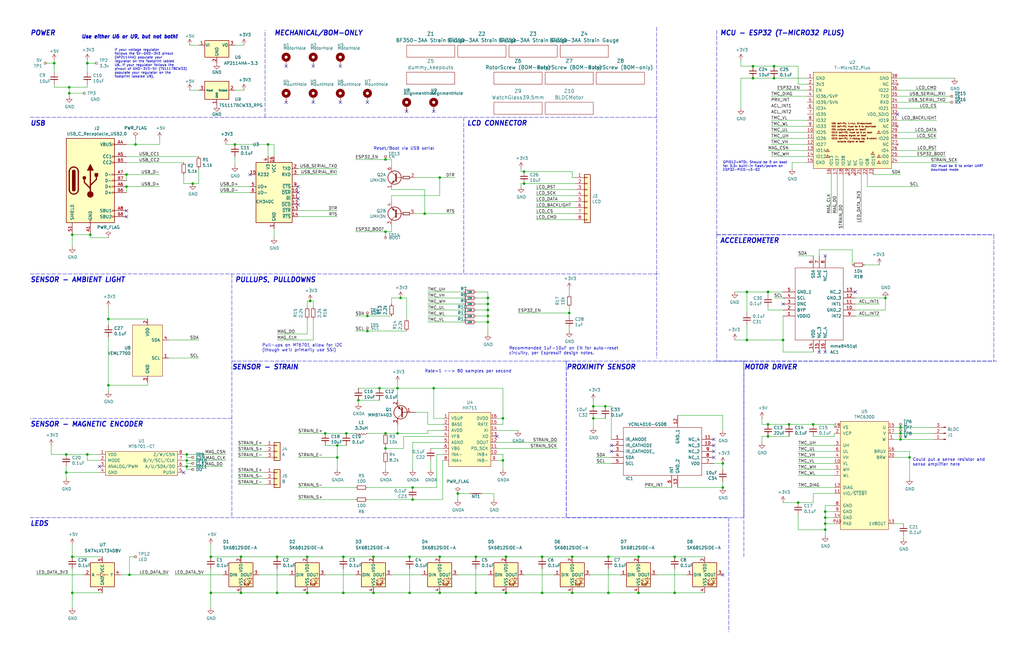
<source format=kicad_sch>
(kicad_sch (version 20211123) (generator eeschema)
  (paper "B")
  (title_block (title "SmartKnob View") (rev "${RELEASE_VERSION}") (company "Scott Bezek") (comment 2 "${COMMIT_DATE_LONG}") (comment 3 "${COMMIT_HASH}"))
  (junction (at 200.66 250.19))
  (junction (at 228.6 234.95))
  (junction (at 36.83 191.77))
  (junction (at 373.38 125.73))
  (junction (at 81.28 77.47))
  (junction (at 323.85 179.07))
  (junction (at 144.78 250.19))
  (junction (at 172.72 250.19))
  (junction (at 29.21 39.37))
  (junction (at 269.24 250.19))
  (junction (at 304.8 195.58))
  (junction (at 162.56 189.23))
  (junction (at 182.88 163.83))
  (junction (at 332.74 179.07))
  (junction (at 205.74 135.89))
  (junction (at 99.06 60.96))
  (junction (at 173.99 210.82))
  (junction (at 284.48 234.95))
  (junction (at 228.6 250.19))
  (junction (at 347.98 220.98))
  (junction (at 379.73 182.88))
  (junction (at 78.74 194.31))
  (junction (at 88.9 234.95))
  (junction (at 167.64 163.83))
  (junction (at 129.54 234.95))
  (junction (at 45.72 162.56))
  (junction (at 205.74 130.81))
  (junction (at 317.5 27.94))
  (junction (at 200.66 234.95))
  (junction (at 240.03 132.08))
  (junction (at 317.5 33.02))
  (junction (at 144.78 234.95))
  (junction (at 162.56 182.88))
  (junction (at 241.3 250.19))
  (junction (at 323.85 184.15))
  (junction (at 250.19 176.53))
  (junction (at 173.99 205.74))
  (junction (at 129.54 250.19))
  (junction (at 256.54 250.19))
  (junction (at 101.6 250.19))
  (junction (at 314.96 143.51))
  (junction (at 342.9 179.07))
  (junction (at 78.74 196.85))
  (junction (at 304.8 205.74))
  (junction (at 330.2 143.51))
  (junction (at 146.05 182.88))
  (junction (at 27.94 191.77))
  (junction (at 213.36 234.95))
  (junction (at 326.39 27.94))
  (junction (at 314.96 123.19))
  (junction (at 179.07 90.17))
  (junction (at 38.1 99.06))
  (junction (at 78.74 191.77))
  (junction (at 53.34 78.74))
  (junction (at 157.48 234.95))
  (junction (at 383.54 193.04))
  (junction (at 29.21 36.83))
  (junction (at 172.72 234.95))
  (junction (at 347.98 223.52))
  (junction (at 151.13 168.91))
  (junction (at 154.94 139.7))
  (junction (at 157.48 250.19))
  (junction (at 130.81 127))
  (junction (at 101.6 234.95))
  (junction (at 185.42 234.95))
  (junction (at 205.74 125.73))
  (junction (at 36.83 26.67))
  (junction (at 347.98 218.44))
  (junction (at 116.84 234.95))
  (junction (at 284.48 250.19))
  (junction (at 30.48 250.19))
  (junction (at 45.72 134.62))
  (junction (at 54.61 242.57))
  (junction (at 30.48 234.95))
  (junction (at 212.09 194.31))
  (junction (at 255.27 171.45))
  (junction (at 250.19 171.45))
  (junction (at 269.24 234.95))
  (junction (at 22.86 26.67))
  (junction (at 213.36 250.19))
  (junction (at 53.34 73.66))
  (junction (at 168.91 125.73))
  (junction (at 326.39 33.02))
  (junction (at 167.64 182.88))
  (junction (at 137.16 182.88))
  (junction (at 220.98 72.39))
  (junction (at 142.24 193.04))
  (junction (at 142.24 187.96))
  (junction (at 154.94 133.35))
  (junction (at 212.09 176.53))
  (junction (at 160.02 163.83))
  (junction (at 241.3 234.95))
  (junction (at 336.55 212.09))
  (junction (at 220.98 77.47))
  (junction (at 323.85 123.19))
  (junction (at 185.42 74.93))
  (junction (at 379.73 185.42))
  (junction (at 205.74 128.27))
  (junction (at 27.94 199.39))
  (junction (at 162.56 97.79))
  (junction (at 379.73 180.34))
  (junction (at 185.42 250.19))
  (junction (at 113.03 60.96))
  (junction (at 116.84 250.19))
  (junction (at 193.04 208.28))
  (junction (at 88.9 250.19))
  (junction (at 57.15 60.96))
  (junction (at 162.56 67.31))
  (junction (at 347.98 215.9))
  (junction (at 256.54 234.95))
  (junction (at 205.74 133.35))
  (junction (at 30.48 99.06))
  (no_connect (at 132.08 43.18))
  (no_connect (at 347.98 107.95))
  (no_connect (at 209.55 184.15))
  (no_connect (at 125.73 81.28))
  (no_connect (at 125.73 78.74))
  (no_connect (at 304.8 242.57))
  (no_connect (at 132.08 27.94))
  (no_connect (at 125.73 83.82))
  (no_connect (at 345.44 148.59))
  (no_connect (at 120.65 27.94))
  (no_connect (at 105.41 73.66))
  (no_connect (at 53.34 91.44))
  (no_connect (at 77.47 199.39))
  (no_connect (at 300.99 193.04))
  (no_connect (at 300.99 185.42))
  (no_connect (at 120.65 43.18))
  (no_connect (at 330.2 128.27))
  (no_connect (at 360.68 123.19))
  (no_connect (at 378.46 48.26))
  (no_connect (at 300.99 187.96))
  (no_connect (at 257.81 190.5))
  (no_connect (at 257.81 187.96))
  (no_connect (at 171.45 46.99))
  (no_connect (at 154.94 43.18))
  (no_connect (at 143.51 43.18))
  (no_connect (at 53.34 88.9))
  (no_connect (at 182.88 46.99))
  (no_connect (at 347.98 148.59))
  (no_connect (at 125.73 86.36))
  (no_connect (at 300.99 190.5))
  (no_connect (at 143.51 27.94))
  (no_connect (at 41.91 196.85))
  (wire (pts (xy 80.01 19.05) (xy 83.82 19.05)))
  (wire (pts (xy 88.9 240.03) (xy 88.9 250.19)))
  (wire (pts (xy 220.98 242.57) (xy 233.68 242.57)))
  (wire (pts (xy 209.55 181.61) (xy 218.44 181.61)))
  (wire (pts (xy 157.48 234.95) (xy 172.72 234.95)))
  (wire (pts (xy 144.78 234.95) (xy 157.48 234.95)))
  (wire (pts (xy 353.06 73.66) (xy 353.06 90.17)))
  (wire (pts (xy 208.28 208.28) (xy 208.28 210.82)))
  (wire (pts (xy 321.31 179.07) (xy 323.85 179.07)))
  (wire (pts (xy 115.57 66.04) (xy 115.57 60.96)))
  (wire (pts (xy 228.6 234.95) (xy 241.3 234.95)))
  (wire (pts (xy 53.34 68.58) (xy 77.47 68.58)))
  (wire (pts (xy 205.74 123.19) (xy 205.74 125.73)))
  (wire (pts (xy 205.74 135.89) (xy 205.74 140.97)))
  (wire (pts (xy 240.03 124.46) (xy 240.03 121.92)))
  (wire (pts (xy 175.26 173.99) (xy 180.34 173.99)))
  (wire (pts (xy 81.28 198.12) (xy 78.74 198.12)))
  (wire (pts (xy 36.83 194.31) (xy 36.83 191.77)))
  (wire (pts (xy 377.19 193.04) (xy 383.54 193.04)))
  (wire (pts (xy 219.71 71.12) (xy 219.71 72.39)))
  (wire (pts (xy 149.86 133.35) (xy 154.94 133.35)))
  (wire (pts (xy 45.72 134.62) (xy 62.23 134.62)))
  (wire (pts (xy 351.79 220.98) (xy 347.98 220.98)))
  (wire (pts (xy 29.21 39.37) (xy 29.21 40.64)))
  (wire (pts (xy 116.84 250.19) (xy 129.54 250.19)))
  (wire (pts (xy 99.06 66.04) (xy 99.06 69.85)))
  (wire (pts (xy 137.16 242.57) (xy 149.86 242.57)))
  (polyline (pts (xy 195.58 49.53) (xy 195.58 115.57)))
  (polyline (pts (xy 12.7 218.44) (xy 307.34 218.44)))
  (wire (pts (xy 378.46 66.04) (xy 398.78 66.04)))
  (wire (pts (xy 54.61 242.57) (xy 71.12 242.57)))
  (wire (pts (xy 330.2 130.81) (xy 323.85 130.81)))
  (wire (pts (xy 257.81 171.45) (xy 257.81 185.42)))
  (wire (pts (xy 200.66 250.19) (xy 213.36 250.19)))
  (wire (pts (xy 154.94 133.35) (xy 165.1 133.35)))
  (wire (pts (xy 378.46 68.58) (xy 403.86 68.58)))
  (wire (pts (xy 241.3 250.19) (xy 256.54 250.19)))
  (wire (pts (xy 314.96 123.19) (xy 314.96 132.08)))
  (wire (pts (xy 165.1 67.31) (xy 165.1 69.85)))
  (wire (pts (xy 38.1 99.06) (xy 38.1 100.33)))
  (wire (pts (xy 269.24 250.19) (xy 284.48 250.19)))
  (wire (pts (xy 116.84 240.03) (xy 116.84 250.19)))
  (wire (pts (xy 351.79 200.66) (xy 336.55 200.66)))
  (wire (pts (xy 154.94 205.74) (xy 173.99 205.74)))
  (wire (pts (xy 240.03 132.08) (xy 240.03 129.54)))
  (polyline (pts (xy 313.69 234.95) (xy 313.69 152.4)))
  (wire (pts (xy 53.34 66.04) (xy 83.82 66.04)))
  (wire (pts (xy 250.19 168.91) (xy 250.19 171.45)))
  (wire (pts (xy 200.66 240.03) (xy 200.66 250.19)))
  (wire (pts (xy 242.57 85.09) (xy 226.06 85.09)))
  (wire (pts (xy 80.01 38.1) (xy 83.82 38.1)))
  (wire (pts (xy 209.55 191.77) (xy 212.09 191.77)))
  (wire (pts (xy 330.2 212.09) (xy 336.55 212.09)))
  (wire (pts (xy 377.19 220.98) (xy 381 220.98)))
  (wire (pts (xy 165.1 125.73) (xy 168.91 125.73)))
  (wire (pts (xy 27.94 199.39) (xy 27.94 201.93)))
  (wire (pts (xy 173.99 210.82) (xy 186.69 210.82)))
  (wire (pts (xy 314.96 143.51) (xy 309.88 143.51)))
  (wire (pts (xy 173.99 186.69) (xy 173.99 198.12)))
  (wire (pts (xy 154.94 182.88) (xy 162.56 182.88)))
  (wire (pts (xy 209.55 194.31) (xy 212.09 194.31)))
  (wire (pts (xy 212.09 176.53) (xy 209.55 176.53)))
  (wire (pts (xy 323.85 179.07) (xy 332.74 179.07)))
  (wire (pts (xy 167.64 163.83) (xy 167.64 161.29)))
  (wire (pts (xy 304.8 203.2) (xy 304.8 205.74)))
  (wire (pts (xy 179.07 90.17) (xy 191.77 90.17)))
  (wire (pts (xy 314.96 137.16) (xy 314.96 143.51)))
  (wire (pts (xy 137.16 187.96) (xy 142.24 187.96)))
  (wire (pts (xy 81.28 77.47) (xy 83.82 77.47)))
  (wire (pts (xy 304.8 175.26) (xy 285.75 175.26)))
  (wire (pts (xy 379.73 180.34) (xy 393.7 180.34)))
  (wire (pts (xy 105.41 78.74) (xy 92.71 78.74)))
  (wire (pts (xy 394.97 50.8) (xy 378.46 50.8)))
  (wire (pts (xy 78.74 194.31) (xy 95.25 194.31)))
  (polyline (pts (xy 419.1 99.06) (xy 419.1 152.4)))
  (wire (pts (xy 365.76 78.74) (xy 387.35 78.74)))
  (wire (pts (xy 383.54 193.04) (xy 383.54 201.93)))
  (wire (pts (xy 171.45 125.73) (xy 171.45 134.62)))
  (wire (pts (xy 81.28 193.04) (xy 78.74 193.04)))
  (wire (pts (xy 373.38 130.81) (xy 373.38 125.73)))
  (wire (pts (xy 78.74 195.58) (xy 78.74 194.31)))
  (wire (pts (xy 330.2 123.19) (xy 323.85 123.19)))
  (wire (pts (xy 326.39 33.02) (xy 317.5 33.02)))
  (wire (pts (xy 351.79 195.58) (xy 336.55 195.58)))
  (wire (pts (xy 29.21 39.37) (xy 35.56 39.37)))
  (polyline (pts (xy 307.34 218.44) (xy 307.34 266.7)))
  (wire (pts (xy 347.98 213.36) (xy 351.79 213.36)))
  (wire (pts (xy 172.72 234.95) (xy 185.42 234.95)))
  (wire (pts (xy 321.31 184.15) (xy 323.85 184.15)))
  (wire (pts (xy 83.82 151.13) (xy 71.12 151.13)))
  (wire (pts (xy 142.24 187.96) (xy 146.05 187.96)))
  (wire (pts (xy 115.57 60.96) (xy 113.03 60.96)))
  (wire (pts (xy 179.07 80.01) (xy 179.07 90.17)))
  (wire (pts (xy 336.55 27.94) (xy 326.39 27.94)))
  (wire (pts (xy 347.98 218.44) (xy 347.98 215.9)))
  (wire (pts (xy 336.55 35.56) (xy 336.55 27.94)))
  (wire (pts (xy 172.72 250.19) (xy 185.42 250.19)))
  (wire (pts (xy 347.98 220.98) (xy 347.98 218.44)))
  (wire (pts (xy 185.42 250.19) (xy 200.66 250.19)))
  (polyline (pts (xy 238.76 218.44) (xy 313.69 218.44)))
  (wire (pts (xy 149.86 205.74) (xy 125.73 205.74)))
  (wire (pts (xy 340.36 53.34) (xy 325.12 53.34)))
  (wire (pts (xy 162.56 187.96) (xy 162.56 189.23)))
  (wire (pts (xy 30.48 240.03) (xy 30.48 250.19)))
  (wire (pts (xy 378.46 40.64) (xy 401.32 40.64)))
  (wire (pts (xy 137.16 182.88) (xy 146.05 182.88)))
  (wire (pts (xy 351.79 187.96) (xy 336.55 187.96)))
  (wire (pts (xy 30.48 256.54) (xy 30.48 250.19)))
  (wire (pts (xy 212.09 191.77) (xy 212.09 194.31)))
  (wire (pts (xy 151.13 170.18) (xy 151.13 168.91)))
  (wire (pts (xy 81.28 195.58) (xy 78.74 195.58)))
  (wire (pts (xy 116.84 143.51) (xy 132.08 143.51)))
  (wire (pts (xy 180.34 173.99) (xy 180.34 179.07)))
  (wire (pts (xy 212.09 179.07) (xy 212.09 176.53)))
  (wire (pts (xy 342.9 212.09) (xy 342.9 208.28)))
  (wire (pts (xy 205.74 125.73) (xy 205.74 128.27)))
  (wire (pts (xy 182.88 176.53) (xy 186.69 176.53)))
  (wire (pts (xy 125.73 182.88) (xy 137.16 182.88)))
  (wire (pts (xy 200.66 128.27) (xy 205.74 128.27)))
  (wire (pts (xy 378.46 43.18) (xy 401.32 43.18)))
  (wire (pts (xy 100.33 187.96) (xy 111.76 187.96)))
  (wire (pts (xy 36.83 26.67) (xy 36.83 30.48)))
  (wire (pts (xy 304.8 195.58) (xy 304.8 198.12)))
  (wire (pts (xy 242.57 74.93) (xy 241.3 74.93)))
  (wire (pts (xy 165.1 85.09) (xy 165.1 82.55)))
  (wire (pts (xy 125.73 210.82) (xy 149.86 210.82)))
  (wire (pts (xy 160.02 168.91) (xy 151.13 168.91)))
  (wire (pts (xy 213.36 250.19) (xy 228.6 250.19)))
  (wire (pts (xy 125.73 193.04) (xy 142.24 193.04)))
  (wire (pts (xy 182.88 163.83) (xy 212.09 163.83)))
  (wire (pts (xy 181.61 189.23) (xy 186.69 189.23)))
  (wire (pts (xy 57.15 234.95) (xy 54.61 234.95)))
  (wire (pts (xy 165.1 80.01) (xy 179.07 80.01)))
  (wire (pts (xy 340.36 58.42) (xy 325.12 58.42)))
  (wire (pts (xy 200.66 234.95) (xy 213.36 234.95)))
  (wire (pts (xy 77.47 194.31) (xy 78.74 194.31)))
  (wire (pts (xy 78.74 196.85) (xy 93.98 196.85)))
  (wire (pts (xy 36.83 25.4) (xy 36.83 26.67)))
  (wire (pts (xy 100.33 193.04) (xy 111.76 193.04)))
  (wire (pts (xy 269.24 234.95) (xy 284.48 234.95)))
  (wire (pts (xy 162.56 67.31) (xy 165.1 67.31)))
  (wire (pts (xy 193.04 208.28) (xy 198.12 208.28)))
  (wire (pts (xy 359.41 105.41) (xy 359.41 111.76)))
  (wire (pts (xy 205.74 133.35) (xy 205.74 135.89)))
  (polyline (pts (xy 238.76 152.4) (xy 313.69 152.4)))
  (wire (pts (xy 149.86 139.7) (xy 154.94 139.7)))
  (wire (pts (xy 165.1 95.25) (xy 165.1 97.79)))
  (wire (pts (xy 342.9 179.07) (xy 332.74 179.07)))
  (wire (pts (xy 250.19 176.53) (xy 250.19 180.34)))
  (wire (pts (xy 78.74 198.12) (xy 78.74 196.85)))
  (wire (pts (xy 394.97 58.42) (xy 378.46 58.42)))
  (wire (pts (xy 195.58 135.89) (xy 180.34 135.89)))
  (wire (pts (xy 326.39 125.73) (xy 330.2 125.73)))
  (wire (pts (xy 132.08 127) (xy 132.08 129.54)))
  (wire (pts (xy 347.98 223.52) (xy 347.98 220.98)))
  (wire (pts (xy 209.55 179.07) (xy 212.09 179.07)))
  (wire (pts (xy 283.21 205.74) (xy 271.78 205.74)))
  (wire (pts (xy 334.01 71.12) (xy 334.01 68.58)))
  (wire (pts (xy 125.73 91.44) (xy 142.24 91.44)))
  (wire (pts (xy 186.69 194.31) (xy 186.69 210.82)))
  (wire (pts (xy 116.84 234.95) (xy 129.54 234.95)))
  (wire (pts (xy 314.96 123.19) (xy 323.85 123.19)))
  (wire (pts (xy 378.46 63.5) (xy 394.97 63.5)))
  (polyline (pts (xy 302.26 99.06) (xy 302.26 12.7)))
  (wire (pts (xy 175.26 74.93) (xy 185.42 74.93)))
  (wire (pts (xy 340.36 63.5) (xy 323.85 63.5)))
  (wire (pts (xy 379.73 185.42) (xy 377.19 185.42)))
  (wire (pts (xy 209.55 186.69) (xy 234.95 186.69)))
  (wire (pts (xy 29.21 36.83) (xy 36.83 36.83)))
  (wire (pts (xy 45.72 137.16) (xy 45.72 134.62)))
  (wire (pts (xy 53.34 78.74) (xy 67.31 78.74)))
  (wire (pts (xy 130.81 127) (xy 132.08 127)))
  (wire (pts (xy 129.54 134.62) (xy 129.54 140.97)))
  (wire (pts (xy 336.55 217.17) (xy 336.55 223.52)))
  (wire (pts (xy 77.47 73.66) (xy 77.47 77.47)))
  (wire (pts (xy 185.42 82.55) (xy 185.42 74.93)))
  (wire (pts (xy 38.1 99.06) (xy 30.48 99.06)))
  (wire (pts (xy 340.36 50.8) (xy 325.12 50.8)))
  (wire (pts (xy 351.79 215.9) (xy 347.98 215.9)))
  (wire (pts (xy 321.31 176.53) (xy 321.31 179.07)))
  (wire (pts (xy 165.1 128.27) (xy 165.1 125.73)))
  (polyline (pts (xy 97.79 176.53) (xy 12.7 176.53)))
  (wire (pts (xy 195.58 130.81) (xy 180.34 130.81)))
  (wire (pts (xy 185.42 234.95) (xy 200.66 234.95)))
  (polyline (pts (xy 313.69 152.4) (xy 420.37 152.4)))
  (wire (pts (xy 77.47 191.77) (xy 78.74 191.77)))
  (wire (pts (xy 340.36 40.64) (xy 325.12 40.64)))
  (wire (pts (xy 162.56 66.04) (xy 162.56 67.31)))
  (wire (pts (xy 205.74 125.73) (xy 200.66 125.73)))
  (wire (pts (xy 212.09 194.31) (xy 212.09 198.12)))
  (wire (pts (xy 326.39 27.94) (xy 317.5 27.94)))
  (wire (pts (xy 218.44 132.08) (xy 240.03 132.08)))
  (wire (pts (xy 355.6 73.66) (xy 355.6 96.52)))
  (wire (pts (xy 340.36 55.88) (xy 325.12 55.88)))
  (wire (pts (xy 340.36 35.56) (xy 336.55 35.56)))
  (wire (pts (xy 377.19 190.5) (xy 383.54 190.5)))
  (wire (pts (xy 336.55 223.52) (xy 347.98 223.52)))
  (wire (pts (xy 100.33 204.47) (xy 111.76 204.47)))
  (wire (pts (xy 351.79 179.07) (xy 342.9 179.07)))
  (wire (pts (xy 100.33 201.93) (xy 111.76 201.93)))
  (wire (pts (xy 284.48 240.03) (xy 284.48 250.19)))
  (wire (pts (xy 29.21 36.83) (xy 29.21 39.37)))
  (wire (pts (xy 276.86 242.57) (xy 289.56 242.57)))
  (wire (pts (xy 101.6 234.95) (xy 116.84 234.95)))
  (wire (pts (xy 347.98 215.9) (xy 347.98 213.36)))
  (wire (pts (xy 379.73 179.07) (xy 379.73 180.34)))
  (wire (pts (xy 99.06 19.05) (xy 102.87 19.05)))
  (wire (pts (xy 340.36 33.02) (xy 326.39 33.02)))
  (wire (pts (xy 330.2 143.51) (xy 330.2 133.35)))
  (polyline (pts (xy 12.7 115.57) (xy 278.13 115.57)))
  (wire (pts (xy 129.54 250.19) (xy 144.78 250.19)))
  (wire (pts (xy 162.56 100.33) (xy 162.56 97.79)))
  (wire (pts (xy 200.66 133.35) (xy 205.74 133.35)))
  (polyline (pts (xy 238.76 152.4) (xy 238.76 218.44)))
  (wire (pts (xy 41.91 194.31) (xy 36.83 194.31)))
  (wire (pts (xy 205.74 128.27) (xy 205.74 130.81)))
  (wire (pts (xy 30.48 99.06) (xy 30.48 104.14)))
  (wire (pts (xy 381 226.06) (xy 381 227.33)))
  (wire (pts (xy 257.81 193.04) (xy 251.46 193.04)))
  (wire (pts (xy 77.47 196.85) (xy 78.74 196.85)))
  (wire (pts (xy 165.1 82.55) (xy 185.42 82.55)))
  (wire (pts (xy 88.9 229.87) (xy 88.9 234.95)))
  (polyline (pts (xy 12.7 49.53) (xy 276.86 49.53)))
  (wire (pts (xy 351.79 184.15) (xy 351.79 182.88)))
  (wire (pts (xy 368.3 73.66) (xy 379.73 73.66)))
  (wire (pts (xy 347.98 218.44) (xy 351.79 218.44)))
  (wire (pts (xy 45.72 165.1) (xy 45.72 162.56)))
  (wire (pts (xy 350.52 73.66) (xy 350.52 90.17)))
  (wire (pts (xy 180.34 179.07) (xy 186.69 179.07)))
  (wire (pts (xy 351.79 180.34) (xy 351.79 179.07)))
  (polyline (pts (xy 276.86 11.43) (xy 276.86 151.13)))
  (wire (pts (xy 351.79 208.28) (xy 342.9 208.28)))
  (wire (pts (xy 115.57 100.33) (xy 115.57 96.52)))
  (wire (pts (xy 256.54 250.19) (xy 269.24 250.19)))
  (wire (pts (xy 22.86 26.67) (xy 22.86 30.48)))
  (wire (pts (xy 379.73 181.61) (xy 379.73 182.88)))
  (wire (pts (xy 38.1 100.33) (xy 45.72 100.33)))
  (wire (pts (xy 88.9 234.95) (xy 101.6 234.95)))
  (wire (pts (xy 184.15 191.77) (xy 184.15 205.74)))
  (wire (pts (xy 149.86 67.31) (xy 162.56 67.31)))
  (wire (pts (xy 377.19 182.88) (xy 379.73 182.88)))
  (wire (pts (xy 15.24 242.57) (xy 35.56 242.57)))
  (wire (pts (xy 360.68 133.35) (xy 370.84 133.35)))
  (wire (pts (xy 142.24 193.04) (xy 142.24 198.12)))
  (wire (pts (xy 113.03 60.96) (xy 113.03 66.04)))
  (wire (pts (xy 100.33 190.5) (xy 111.76 190.5)))
  (wire (pts (xy 212.09 163.83) (xy 212.09 176.53)))
  (wire (pts (xy 125.73 71.12) (xy 142.24 71.12)))
  (wire (pts (xy 92.71 81.28) (xy 105.41 81.28)))
  (wire (pts (xy 284.48 250.19) (xy 297.18 250.19)))
  (wire (pts (xy 29.21 36.83) (xy 22.86 36.83)))
  (wire (pts (xy 27.94 199.39) (xy 41.91 199.39)))
  (wire (pts (xy 248.92 242.57) (xy 261.62 242.57)))
  (wire (pts (xy 30.48 250.19) (xy 43.18 250.19)))
  (wire (pts (xy 377.19 180.34) (xy 379.73 180.34)))
  (wire (pts (xy 334.01 68.58) (xy 340.36 68.58)))
  (wire (pts (xy 167.64 163.83) (xy 167.64 168.91)))
  (wire (pts (xy 165.1 97.79) (xy 162.56 97.79)))
  (wire (pts (xy 351.79 198.12) (xy 336.55 198.12)))
  (wire (pts (xy 312.42 33.02) (xy 317.5 33.02)))
  (wire (pts (xy 242.57 90.17) (xy 226.06 90.17)))
  (wire (pts (xy 53.34 78.74) (xy 53.34 81.28)))
  (wire (pts (xy 129.54 127) (xy 130.81 127)))
  (wire (pts (xy 351.79 205.74) (xy 336.55 205.74)))
  (polyline (pts (xy 97.79 152.4) (xy 238.76 152.4)))
  (wire (pts (xy 167.64 179.07) (xy 167.64 182.88)))
  (wire (pts (xy 226.06 87.63) (xy 242.57 87.63)))
  (wire (pts (xy 195.58 123.19) (xy 180.34 123.19)))
  (wire (pts (xy 99.06 60.96) (xy 113.03 60.96)))
  (polyline (pts (xy 302.26 99.06) (xy 419.1 99.06)))
  (wire (pts (xy 360.68 130.81) (xy 373.38 130.81)))
  (wire (pts (xy 383.54 190.5) (xy 383.54 193.04)))
  (wire (pts (xy 77.47 77.47) (xy 81.28 77.47)))
  (wire (pts (xy 50.8 242.57) (xy 54.61 242.57)))
  (wire (pts (xy 173.99 210.82) (xy 154.94 210.82)))
  (wire (pts (xy 186.69 191.77) (xy 184.15 191.77)))
  (wire (pts (xy 321.31 184.15) (xy 321.31 186.69)))
  (wire (pts (xy 378.46 55.88) (xy 394.97 55.88)))
  (wire (pts (xy 100.33 199.39) (xy 111.76 199.39)))
  (wire (pts (xy 160.02 163.83) (xy 167.64 163.83)))
  (wire (pts (xy 250.19 171.45) (xy 255.27 171.45)))
  (wire (pts (xy 345.44 105.41) (xy 345.44 107.95)))
  (wire (pts (xy 36.83 36.83) (xy 36.83 35.56)))
  (wire (pts (xy 22.86 36.83) (xy 22.86 35.56)))
  (polyline (pts (xy 302.26 152.4) (xy 419.1 152.4)))
  (wire (pts (xy 167.64 182.88) (xy 180.34 182.88)))
  (wire (pts (xy 175.26 90.17) (xy 179.07 90.17)))
  (wire (pts (xy 57.15 60.96) (xy 67.31 60.96)))
  (wire (pts (xy 213.36 234.95) (xy 228.6 234.95)))
  (wire (pts (xy 327.66 38.1) (xy 340.36 38.1)))
  (wire (pts (xy 71.12 143.51) (xy 83.82 143.51)))
  (wire (pts (xy 116.84 140.97) (xy 129.54 140.97)))
  (wire (pts (xy 170.18 189.23) (xy 170.18 184.15)))
  (wire (pts (xy 378.46 45.72) (xy 394.97 45.72)))
  (wire (pts (xy 53.34 73.66) (xy 67.31 73.66)))
  (wire (pts (xy 162.56 97.79) (xy 149.86 97.79)))
  (wire (pts (xy 330.2 148.59) (xy 330.2 143.51)))
  (wire (pts (xy 360.68 128.27) (xy 370.84 128.27)))
  (wire (pts (xy 144.78 250.19) (xy 157.48 250.19)))
  (wire (pts (xy 209.55 189.23) (xy 234.95 189.23)))
  (wire (pts (xy 172.72 240.03) (xy 172.72 250.19)))
  (wire (pts (xy 219.71 72.39) (xy 220.98 72.39)))
  (wire (pts (xy 228.6 250.19) (xy 241.3 250.19)))
  (wire (pts (xy 364.49 111.76) (xy 370.84 111.76)))
  (wire (pts (xy 36.83 26.67) (xy 40.64 26.67)))
  (wire (pts (xy 45.72 134.62) (xy 45.72 129.54)))
  (wire (pts (xy 378.46 33.02) (xy 402.59 33.02)))
  (wire (pts (xy 162.56 189.23) (xy 170.18 189.23)))
  (wire (pts (xy 27.94 191.77) (xy 21.59 191.77)))
  (wire (pts (xy 195.58 125.73) (xy 180.34 125.73)))
  (wire (pts (xy 394.97 38.1) (xy 378.46 38.1)))
  (wire (pts (xy 144.78 240.03) (xy 144.78 250.19)))
  (wire (pts (xy 181.61 194.31) (xy 181.61 198.12)))
  (wire (pts (xy 242.57 80.01) (xy 226.06 80.01)))
  (wire (pts (xy 195.58 133.35) (xy 180.34 133.35)))
  (wire (pts (xy 125.73 73.66) (xy 142.24 73.66)))
  (wire (pts (xy 323.85 124.46) (xy 323.85 123.19)))
  (wire (pts (xy 30.48 234.95) (xy 43.18 234.95)))
  (wire (pts (xy 340.36 60.96) (xy 325.12 60.96)))
  (wire (pts (xy 336.55 212.09) (xy 342.9 212.09)))
  (wire (pts (xy 88.9 256.54) (xy 88.9 250.19)))
  (wire (pts (xy 228.6 240.03) (xy 228.6 250.19)))
  (wire (pts (xy 154.94 139.7) (xy 171.45 139.7)))
  (wire (pts (xy 173.99 205.74) (xy 184.15 205.74)))
  (wire (pts (xy 36.83 191.77) (xy 41.91 191.77)))
  (wire (pts (xy 351.79 190.5) (xy 336.55 190.5)))
  (wire (pts (xy 330.2 143.51) (xy 314.96 143.51)))
  (wire (pts (xy 54.61 234.95) (xy 54.61 242.57)))
  (wire (pts (xy 220.98 77.47) (xy 242.57 77.47)))
  (wire (pts (xy 22.86 25.4) (xy 22.86 26.67)))
  (wire (pts (xy 332.74 184.15) (xy 323.85 184.15)))
  (wire (pts (xy 312.42 33.02) (xy 312.42 45.72)))
  (wire (pts (xy 330.2 148.59) (xy 342.9 148.59)))
  (wire (pts (xy 88.9 250.19) (xy 101.6 250.19)))
  (wire (pts (xy 53.34 60.96) (xy 57.15 60.96)))
  (wire (pts (xy 340.36 66.04) (xy 325.12 66.04)))
  (wire (pts (xy 203.2 208.28) (xy 208.28 208.28)))
  (wire (pts (xy 146.05 182.88) (xy 149.86 182.88)))
  (wire (pts (xy 186.69 186.69) (xy 173.99 186.69)))
  (wire (pts (xy 62.23 161.29) (xy 62.23 162.56)))
  (wire (pts (xy 142.24 187.96) (xy 142.24 193.04)))
  (wire (pts (xy 200.66 130.81) (xy 205.74 130.81)))
  (wire (pts (xy 363.22 93.98) (xy 363.22 73.66)))
  (wire (pts (xy 57.15 58.42) (xy 57.15 60.96)))
  (wire (pts (xy 168.91 125.73) (xy 171.45 125.73)))
  (wire (pts (xy 30.48 229.87) (xy 30.48 234.95)))
  (polyline (pts (xy 313.69 152.4) (xy 313.69 218.44)))
  (polyline (pts (xy 111.76 49.53) (xy 111.76 12.7)))
  (wire (pts (xy 132.08 134.62) (xy 132.08 143.51)))
  (wire (pts (xy 162.56 190.5) (xy 162.56 189.23)))
  (wire (pts (xy 157.48 250.19) (xy 172.72 250.19)))
  (wire (pts (xy 182.88 163.83) (xy 182.88 176.53)))
  (wire (pts (xy 53.34 73.66) (xy 53.34 76.2)))
  (wire (pts (xy 304.8 205.74) (xy 285.75 205.74)))
  (wire (pts (xy 365.76 78.74) (xy 365.76 73.66)))
  (wire (pts (xy 170.18 184.15) (xy 186.69 184.15)))
  (wire (pts (xy 151.13 163.83) (xy 160.02 163.83)))
  (wire (pts (xy 78.74 193.04) (xy 78.74 191.77)))
  (wire (pts (xy 300.99 195.58) (xy 304.8 195.58)))
  (wire (pts (xy 200.66 135.89) (xy 205.74 135.89)))
  (wire (pts (xy 27.94 196.85) (xy 27.94 199.39)))
  (polyline (pts (xy 97.79 115.57) (xy 97.79 218.44)))
  (wire (pts (xy 317.5 27.94) (xy 312.42 27.94)))
  (wire (pts (xy 45.72 162.56) (xy 45.72 142.24)))
  (wire (pts (xy 347.98 226.06) (xy 347.98 223.52)))
  (wire (pts (xy 219.71 77.47) (xy 220.98 77.47)))
  (polyline (pts (xy 302.26 99.06) (xy 419.1 99.06)))
  (wire (pts (xy 226.06 82.55) (xy 242.57 82.55)))
  (wire (pts (xy 129.54 234.95) (xy 144.78 234.95)))
  (wire (pts (xy 154.94 138.43) (xy 154.94 139.7)))
  (wire (pts (xy 167.64 163.83) (xy 182.88 163.83)))
  (wire (pts (xy 165.1 242.57) (xy 177.8 242.57)))
  (wire (pts (xy 67.31 58.42) (xy 67.31 60.96)))
  (wire (pts (xy 162.56 182.88) (xy 167.64 182.88)))
  (wire (pts (xy 109.22 242.57) (xy 121.92 242.57)))
  (wire (pts (xy 284.48 234.95) (xy 297.18 234.95)))
  (wire (pts (xy 257.81 171.45) (xy 255.27 171.45)))
  (wire (pts (xy 250.19 176.53) (xy 255.27 176.53)))
  (wire (pts (xy 101.6 250.19) (xy 116.84 250.19)))
  (wire (pts (xy 379.73 185.42) (xy 393.7 185.42)))
  (wire (pts (xy 62.23 162.56) (xy 45.72 162.56)))
  (wire (pts (xy 257.81 195.58) (xy 251.46 195.58)))
  (wire (pts (xy 241.3 234.95) (xy 256.54 234.95)))
  (wire (pts (xy 342.9 107.95) (xy 336.55 107.95)))
  (wire (pts (xy 36.83 191.77) (xy 27.94 191.77)))
  (polyline (pts (xy 302.26 99.06) (xy 302.26 152.4)))
  (wire (pts (xy 220.98 72.39) (xy 241.3 72.39)))
  (wire (pts (xy 125.73 88.9) (xy 142.24 88.9)))
  (wire (pts (xy 304.8 175.26) (xy 304.8 181.61)))
  (wire (pts (xy 180.34 182.88) (xy 180.34 181.61)))
  (wire (pts (xy 200.66 123.19) (xy 205.74 123.19)))
  (wire (pts (xy 240.03 133.35) (xy 240.03 132.08)))
  (wire (pts (xy 256.54 234.95) (xy 269.24 234.95)))
  (wire (pts (xy 379.73 182.88) (xy 393.7 182.88)))
  (wire (pts (xy 193.04 210.82) (xy 193.04 208.28)))
  (wire (pts (xy 185.42 74.93) (xy 191.77 74.93)))
  (wire (pts (xy 95.25 60.96) (xy 99.06 60.96)))
  (wire (pts (xy 83.82 77.47) (xy 83.82 71.12)))
  (wire (pts (xy 19.05 26.67) (xy 22.86 26.67)))
  (wire (pts (xy 162.56 198.12) (xy 162.56 195.58)))
  (wire (pts (xy 226.06 92.71) (xy 242.57 92.71)))
  (wire (pts (xy 351.79 193.04) (xy 336.55 193.04)))
  (wire (pts (xy 240.03 139.7) (xy 240.03 138.43)))
  (wire (pts (xy 342.9 184.15) (xy 351.79 184.15)))
  (wire (pts (xy 21.59 191.77) (xy 21.59 187.96)))
  (wire (pts (xy 360.68 125.73) (xy 373.38 125.73)))
  (polyline (pts (xy 238.76 152.4) (xy 238.76 218.44)))
  (wire (pts (xy 73.66 242.57) (xy 93.98 242.57)))
  (wire (pts (xy 312.42 27.94) (xy 312.42 25.4)))
  (wire (pts (xy 359.41 105.41) (xy 345.44 105.41)))
  (wire (pts (xy 241.3 72.39) (xy 241.3 74.93)))
  (wire (pts (xy 195.58 128.27) (xy 180.34 128.27)))
  (wire (pts (xy 180.34 181.61) (xy 186.69 181.61)))
  (wire (pts (xy 99.06 38.1) (xy 102.87 38.1)))
  (wire (pts (xy 323.85 130.81) (xy 323.85 129.54)))
  (wire (pts (xy 205.74 130.81) (xy 205.74 133.35)))
  (wire (pts (xy 193.04 242.57) (xy 205.74 242.57)))
  (wire (pts (xy 154.94 132.08) (xy 154.94 133.35)))
  (wire (pts (xy 129.54 129.54) (xy 129.54 127)))
  (wire (pts (xy 219.71 77.47) (xy 219.71 78.74)))
  (wire (pts (xy 379.73 184.15) (xy 379.73 185.42)))
  (wire (pts (xy 78.74 191.77) (xy 95.25 191.77)))
  (wire (pts (xy 256.54 240.03) (xy 256.54 250.19)))
  (wire (pts (xy 309.88 123.19) (xy 314.96 123.19)))
  (text "POWER" (at 12.7 15.24 0) (effects (font (size 2.0066 2.0066) (thickness 0.4013) bold italic) (justify left bottom)))
  (text "Could put a sense resistor and\nsense amplifier here" (at 384.81 196.85 0) (effects (font (size 1.27 1.27)) (justify left bottom)))
  (text "MCU - ESP32 (T-MICRO32 PLUS)" (at 303.53 15.24 0) (effects (font (size 2.0066 2.0066) (thickness 0.4013) bold italic) (justify left bottom)))
  (text "If your voltage regulator\nfollows the 5V-GND-3V3 pinout\n(AP2114HA) populate your\nregulator on the footprint labled\nU6. If your regulator follows the\npinout of GND-3V3-5V (TS1117BCW33)\npopulate your regulator on the\nfootprint labaled U9)." (at 48.26 33.02 0) (effects (font (size 1 1)) (justify left bottom)))
  (text "SENSOR - MAGNETIC ENCODER" (at 12.7 180.34 0) (effects (font (size 2.0066 2.0066) (thickness 0.4013) bold italic) (justify left bottom)))
  (text "MOTOR DRIVER" (at 313.69 156.21 0) (effects (font (size 2.0066 2.0066) (thickness 0.4013) bold italic) (justify left bottom)))
  (text "ACCELEROMETER" (at 303.53 102.87 0) (effects (font (size 2.0066 2.0066) (thickness 0.4013) bold italic) (justify left bottom)))
  (text "MECHANICAL/BOM-ONLY" (at 115.57 15.24 0) (effects (font (size 2.0066 2.0066) (thickness 0.4013) bold italic) (justify left bottom)))
  (text "IO2 must be 0 to enter UART\ndownload mode" (at 392.43 72.39 0) (effects (font (size 0.9906 0.9906)) (justify left bottom)))
  (text "GPIO12=MTDI. Should be 0 on boot\nfor 3.3v built-in flash/psram on\nESP32-PICO-v3-02" (at 304.8 72.39 0) (effects (font (size 0.9906 0.9906)) (justify left bottom)))
  (text "Pull-ups on MT6701 allow for I2C\n(though we'll primarily use SSI)" (at 110.49 148.59 0) (effects (font (size 1.27 1.27)) (justify left bottom)))
  (text "Use either U6 or U9, but not both!" (at 34.29 16.51 0) (effects (font (size 1.5 1.5) (thickness 0.6) bold italic) (justify left bottom)))
  (text "Rate=1 --> 80 samples per second" (at 179.07 157.48 0) (effects (font (size 1.27 1.27)) (justify left bottom)))
  (text "SENSOR - AMBIENT LIGHT" (at 12.7 119.38 0) (effects (font (size 2.0066 2.0066) (thickness 0.4013) bold italic) (justify left bottom)))
  (text "Recommended 1uF-10uF on EN for auto-reset\ncircuitry, per Espressif design notes." (at 214.63 149.86 0) (effects (font (size 1.27 1.27)) (justify left bottom)))
  (text "USB" (at 12.7 53.34 0) (effects (font (size 2.0066 2.0066) (thickness 0.4013) bold italic) (justify left bottom)))
  (text "SENSOR - STRAIN" (at 97.79 156.21 0) (effects (font (size 2.0066 2.0066) (thickness 0.4013) bold italic) (justify left bottom)))
  (text "LEDS" (at 12.7 222.25 0) (effects (font (size 2.0066 2.0066) (thickness 0.4013) bold italic) (justify left bottom)))
  (text "PROXIMITY SENSOR" (at 238.76 156.21 0) (effects (font (size 2.0066 2.0066) (thickness 0.4013) bold italic) (justify left bottom)))
  (text "PULLUPS, PULLDOWNS" (at 99.06 119.38 0) (effects (font (size 2.0066 2.0066) (thickness 0.4013) bold italic) (justify left bottom)))
  (text "LCD CONNECTOR" (at 196.85 53.34 0) (effects (font (size 2.0066 2.0066) (thickness 0.4013) bold italic) (justify left bottom)))
  (text "Reset/Boot via USB serial" (at 157.48 63.5 0) (effects (font (size 1.27 1.27)) (justify left bottom)))
  (label "STRAIN_E+" (at 100.33 199.39 0))
  (label "MAG_CSN" (at 95.25 191.77 180))
  (label "ESP32_BOOT" (at 398.78 66.04 180))
  (label "LCD_RST" (at 226.06 80.01 0))
  (label "TMC_VL" (at 180.34 135.89 0))
  (label "ACL_INT1" (at 370.84 128.27 180))
  (label "LCD_BACKLIGHT" (at 226.06 87.63 0))
  (label "STRAIN_S+" (at 100.33 190.5 0))
  (label "LCD_RST" (at 394.97 63.5 180))
  (label "TMC_VH" (at 325.12 60.96 0))
  (label "RTS" (at 142.24 91.44 180))
  (label "ACL_INT2" (at 370.84 133.35 180))
  (label "LED_DATA_5V" (at 73.66 242.57 0))
  (label "USB_SERIAL_TXO" (at 142.24 71.12 180))
  (label "SCL" (at 83.82 151.13 180))
  (label "USB_SERIAL_TXO" (at 398.78 43.18 180))
  (label "SDA" (at 251.46 193.04 0))
  (label "TMC_UL" (at 336.55 190.5 0))
  (label "STRAIN_E+" (at 100.33 187.96 0))
  (label "STRAIN_DO" (at 355.6 96.52 90))
  (label "STRAIN_E-" (at 125.73 193.04 0))
  (label "MAG_CSN" (at 323.85 63.5 0))
  (label "LCD_DATA" (at 394.97 55.88 180))
  (label "TMC_DIAG" (at 336.55 205.74 0))
  (label "ESP32_EN" (at 218.44 132.08 0))
  (label "TMC_WH" (at 325.12 66.04 0))
  (label "USB_CC2" (at 67.31 68.58 180))
  (label "PRX_INT" (at 325.12 43.18 0))
  (label "SCL" (at 326.39 125.73 0))
  (label "RTS" (at 191.77 90.17 180))
  (label "USB_D-" (at 67.31 73.66 180))
  (label "TMC_UL" (at 325.12 55.88 0))
  (label "TMC_VH" (at 180.34 125.73 0))
  (label "USB_D+" (at 92.71 78.74 0))
  (label "LCD_SCK" (at 226.06 82.55 0))
  (label "TMC_UL" (at 180.34 130.81 0))
  (label "LED_DATA_5V" (at 71.12 242.57 180))
  (label "TMC_VL" (at 325.12 50.8 0))
  (label "LCD_SCK" (at 394.97 58.42 180))
  (label "TMC_UH" (at 336.55 187.96 0))
  (label "TMC_VL" (at 336.55 195.58 0))
  (label "MAG_DO" (at 353.06 90.17 90))
  (label "ESP32_BOOT" (at 149.86 97.79 0))
  (label "STRAIN_S+" (at 125.73 210.82 0))
  (label "MAG_CLK" (at 350.52 90.17 90))
  (label "SDA" (at 83.82 143.51 180))
  (label "USB_D+" (at 67.31 78.74 180))
  (label "STRAIN_E-" (at 100.33 204.47 0))
  (label "SCL" (at 149.86 139.7 0))
  (label "TMC_UH" (at 325.12 58.42 0))
  (label "STRAIN_S-" (at 125.73 205.74 0))
  (label "SDA" (at 149.86 133.35 0))
  (label "MAG_DO" (at 93.98 196.85 180))
  (label "SCL" (at 387.35 78.74 180))
  (label "USB_CC1" (at 67.31 66.04 180))
  (label "ESP32_EN" (at 149.86 67.31 0))
  (label "USB_SERIAL_RXI" (at 142.24 73.66 180))
  (label "TMC_WH" (at 336.55 198.12 0))
  (label "MAG_DO" (at 116.84 140.97 0))
  (label "LCD_CS" (at 394.97 45.72 180))
  (label "ACL_INT1" (at 325.12 45.72 0))
  (label "LCD_CMD" (at 394.97 38.1 180))
  (label "TMC_WL" (at 180.34 133.35 0))
  (label "SDA" (at 336.55 107.95 0))
  (label "LCD_CS" (at 226.06 90.17 0))
  (label "STRAIN_SCK" (at 234.95 189.23 180))
  (label "TMC_UH" (at 180.34 123.19 0))
  (label "SDA" (at 379.73 73.66 180))
  (label "TMC_WL" (at 336.55 200.66 0))
  (label "LCD_DATA" (at 226.06 85.09 0))
  (label "PRX_INT" (at 271.78 205.74 0))
  (label "STRAIN_SCK" (at 403.86 68.58 180))
  (label "TMC_WH" (at 180.34 128.27 0))
  (label "TMC_VH" (at 336.55 193.04 0))
  (label "LED_DATA_3V3" (at 363.22 93.98 90))
  (label "LCD_CMD" (at 226.06 92.71 0))
  (label "STRAIN_DO" (at 234.95 186.69 180))
  (label "DTR" (at 191.77 74.93 180))
  (label "DTR" (at 142.24 88.9 180))
  (label "STRAIN_E+" (at 125.73 182.88 0))
  (label "SCL" (at 251.46 195.58 0))
  (label "TMC_DIAG" (at 325.12 40.64 0))
  (label "ACL_INT2" (at 325.12 48.26 0))
  (label "MAG_CLK" (at 95.25 194.31 180))
  (label "LED_DATA_3V3" (at 15.24 242.57 0))
  (label "USB_D-" (at 92.71 81.28 0))
  (label "ESP32_EN" (at 327.66 38.1 0))
  (label "TMC_WL" (at 325.12 53.34 0))
  (label "LCD_BACKLIGHT" (at 394.97 50.8 180))
  (label "USB_SERIAL_RXI" (at 398.78 40.64 180))
  (label "STRAIN_E-" (at 100.33 193.04 0))
  (label "MAG_CLK" (at 116.84 143.51 0))
  (label "STRAIN_S-" (at 100.33 201.93 0))
  (symbol (lib_id "MagnTek:MT6701-CT") (at 58.42 195.58 0) (unit 1)
    (property "Reference" "U1" (at 59.69 186.055 0))
    (property "Value" "MT6701-CT" (at 59.69 188.3664 0))
    (property "Footprint" "Package_SO:SOIC-8_3.9x4.9mm_P1.27mm" (effects hide))
    (property "LCSC" "C2856764, or C3003196" (effects hide))
    (property "Digikey" "N/A" (effects hide))
    (property "Mouser" "N/A" (effects hide))
  )
  (symbol (lib_id "SK6812:SK6812SIDE-A") (at 101.6 242.57 0) (unit 1)
    (property "Reference" "D1" (at 93.98 228.6 0) (effects (justify left)))
    (property "Value" "SK6812SIDE-A" (at 93.98 231.14 0) (effects (justify left)))
    (property "Footprint" "sk6812:SK6812-SIDE-A" (effects hide))
    (property "AliExpress" "https://www.aliexpress.com/item/10000009330139.html" (effects hide))
    (property "Digikey" "1528-4691-ND" (effects hide))
    (property "Mouser" "485-4691" (effects hide))
    (property "LCSC" "C2890037" (effects hide))
  )
  (symbol (lib_id "Device:C_Small") (at 88.9 237.49 0) (unit 1)
    (property "Reference" "C1" (at 91.2368 236.3216 0) (effects (justify left)))
    (property "Value" "0.1uF" (at 91.2368 238.633 0) (effects (justify left)))
    (property "Footprint" "Capacitor_SMD:C_0603_1608Metric" (effects hide))
    (property "LCSC" "C1591" (effects hide))
    (property "Digikey" "1276-1935-1-ND" (effects hide))
    (property "Mouser" "187-CL10B104KB8NNWC" (effects hide))
  )
  (symbol (lib_id "SK6812:SK6812SIDE-A") (at 129.54 242.57 0) (unit 1)
    (property "Reference" "D2" (at 121.92 228.6 0) (effects (justify left)))
    (property "Value" "SK6812SIDE-A" (at 121.92 231.14 0) (effects (justify left)))
    (property "Footprint" "sk6812:SK6812-SIDE-A" (effects hide))
    (property "AliExpress" "https://www.aliexpress.com/item/10000009330139.html" (effects hide))
    (property "Digikey" "1528-4691-ND" (effects hide))
    (property "Mouser" "485-4691" (effects hide))
    (property "LCSC" "C2890037" (effects hide))
  )
  (symbol (lib_id "Device:C_Small") (at 116.84 237.49 0) (unit 1)
    (property "Reference" "C2" (at 119.1768 236.3216 0) (effects (justify left)))
    (property "Value" "0.1uF" (at 119.1768 238.633 0) (effects (justify left)))
    (property "Footprint" "Capacitor_SMD:C_0603_1608Metric" (effects hide))
    (property "LCSC" "C1591" (effects hide))
    (property "Digikey" "1276-1935-1-ND" (effects hide))
    (property "Mouser" "187-CL10B104KB8NNWC" (effects hide))
  )
  (symbol (lib_id "SK6812:SK6812SIDE-A") (at 157.48 242.57 0) (unit 1)
    (property "Reference" "D3" (at 149.86 228.6 0) (effects (justify left)))
    (property "Value" "SK6812SIDE-A" (at 149.86 231.14 0) (effects (justify left)))
    (property "Footprint" "sk6812:SK6812-SIDE-A" (effects hide))
    (property "AliExpress" "https://www.aliexpress.com/item/10000009330139.html" (effects hide))
    (property "Digikey" "1528-4691-ND" (effects hide))
    (property "Mouser" "485-4691" (effects hide))
    (property "LCSC" "C2890037" (effects hide))
  )
  (symbol (lib_id "Device:C_Small") (at 144.78 237.49 0) (unit 1)
    (property "Reference" "C3" (at 147.1168 236.3216 0) (effects (justify left)))
    (property "Value" "0.1uF" (at 147.1168 238.633 0) (effects (justify left)))
    (property "Footprint" "Capacitor_SMD:C_0603_1608Metric" (effects hide))
    (property "LCSC" "C1591" (effects hide))
    (property "Digikey" "1276-1935-1-ND" (effects hide))
    (property "Mouser" "187-CL10B104KB8NNWC" (effects hide))
  )
  (symbol (lib_id "SK6812:SK6812SIDE-A") (at 185.42 242.57 0) (unit 1)
    (property "Reference" "D4" (at 177.8 228.6 0) (effects (justify left)))
    (property "Value" "SK6812SIDE-A" (at 177.8 231.14 0) (effects (justify left)))
    (property "Footprint" "sk6812:SK6812-SIDE-A" (effects hide))
    (property "AliExpress" "https://www.aliexpress.com/item/10000009330139.html" (effects hide))
    (property "Digikey" "1528-4691-ND" (effects hide))
    (property "Mouser" "485-4691" (effects hide))
    (property "LCSC" "C2890037" (effects hide))
  )
  (symbol (lib_id "Device:C_Small") (at 172.72 237.49 0) (unit 1)
    (property "Reference" "C4" (at 175.0568 236.3216 0) (effects (justify left)))
    (property "Value" "0.1uF" (at 175.0568 238.633 0) (effects (justify left)))
    (property "Footprint" "Capacitor_SMD:C_0603_1608Metric" (effects hide))
    (property "LCSC" "C1591" (effects hide))
    (property "Digikey" "1276-1935-1-ND" (effects hide))
    (property "Mouser" "187-CL10B104KB8NNWC" (effects hide))
  )
  (symbol (lib_id "SK6812:SK6812SIDE-A") (at 213.36 242.57 0) (unit 1)
    (property "Reference" "D5" (at 205.74 228.6 0) (effects (justify left)))
    (property "Value" "SK6812SIDE-A" (at 205.74 231.14 0) (effects (justify left)))
    (property "Footprint" "sk6812:SK6812-SIDE-A" (effects hide))
    (property "AliExpress" "https://www.aliexpress.com/item/10000009330139.html" (effects hide))
    (property "Digikey" "1528-4691-ND" (effects hide))
    (property "Mouser" "485-4691" (effects hide))
    (property "LCSC" "C2890037" (effects hide))
  )
  (symbol (lib_id "Device:C_Small") (at 200.66 237.49 0) (unit 1)
    (property "Reference" "C5" (at 202.9968 236.3216 0) (effects (justify left)))
    (property "Value" "0.1uF" (at 202.9968 238.633 0) (effects (justify left)))
    (property "Footprint" "Capacitor_SMD:C_0603_1608Metric" (effects hide))
    (property "LCSC" "C1591" (effects hide))
    (property "Digikey" "1276-1935-1-ND" (effects hide))
    (property "Mouser" "187-CL10B104KB8NNWC" (effects hide))
  )
  (symbol (lib_id "SK6812:SK6812SIDE-A") (at 241.3 242.57 0) (unit 1)
    (property "Reference" "D6" (at 233.68 228.6 0) (effects (justify left)))
    (property "Value" "SK6812SIDE-A" (at 233.68 231.14 0) (effects (justify left)))
    (property "Footprint" "sk6812:SK6812-SIDE-A" (effects hide))
    (property "AliExpress" "https://www.aliexpress.com/item/10000009330139.html" (effects hide))
    (property "Digikey" "1528-4691-ND" (effects hide))
    (property "Mouser" "485-4691" (effects hide))
    (property "LCSC" "C2890037" (effects hide))
  )
  (symbol (lib_id "Device:C_Small") (at 228.6 237.49 0) (unit 1)
    (property "Reference" "C6" (at 230.9368 236.3216 0) (effects (justify left)))
    (property "Value" "0.1uF" (at 230.9368 238.633 0) (effects (justify left)))
    (property "Footprint" "Capacitor_SMD:C_0603_1608Metric" (effects hide))
    (property "LCSC" "C1591" (effects hide))
    (property "Digikey" "1276-1935-1-ND" (effects hide))
    (property "Mouser" "187-CL10B104KB8NNWC" (effects hide))
  )
  (symbol (lib_id "SK6812:SK6812SIDE-A") (at 269.24 242.57 0) (unit 1)
    (property "Reference" "D7" (at 261.62 228.6 0) (effects (justify left)))
    (property "Value" "SK6812SIDE-A" (at 261.62 231.14 0) (effects (justify left)))
    (property "Footprint" "sk6812:SK6812-SIDE-A" (effects hide))
    (property "AliExpress" "https://www.aliexpress.com/item/10000009330139.html" (effects hide))
    (property "Digikey" "1528-4691-ND" (effects hide))
    (property "Mouser" "485-4691" (effects hide))
    (property "LCSC" "C2890037" (effects hide))
  )
  (symbol (lib_id "Device:C_Small") (at 256.54 237.49 0) (unit 1)
    (property "Reference" "C7" (at 258.8768 236.3216 0) (effects (justify left)))
    (property "Value" "0.1uF" (at 258.8768 238.633 0) (effects (justify left)))
    (property "Footprint" "Capacitor_SMD:C_0603_1608Metric" (effects hide))
    (property "LCSC" "C1591" (effects hide))
    (property "Digikey" "1276-1935-1-ND" (effects hide))
    (property "Mouser" "187-CL10B104KB8NNWC" (effects hide))
  )
  (symbol (lib_id "SK6812:SK6812SIDE-A") (at 297.18 242.57 0) (unit 1)
    (property "Reference" "D8" (at 289.56 228.6 0) (effects (justify left)))
    (property "Value" "SK6812SIDE-A" (at 289.56 231.14 0) (effects (justify left)))
    (property "Footprint" "sk6812:SK6812-SIDE-A" (effects hide))
    (property "AliExpress" "https://www.aliexpress.com/item/10000009330139.html" (effects hide))
    (property "Digikey" "1528-4691-ND" (effects hide))
    (property "Mouser" "485-4691" (effects hide))
    (property "LCSC" "C2890037" (effects hide))
  )
  (symbol (lib_id "Device:C_Small") (at 284.48 237.49 0) (unit 1)
    (property "Reference" "C8" (at 286.8168 236.3216 0) (effects (justify left)))
    (property "Value" "0.1uF" (at 286.8168 238.633 0) (effects (justify left)))
    (property "Footprint" "Capacitor_SMD:C_0603_1608Metric" (effects hide))
    (property "LCSC" "C1591" (effects hide))
    (property "Digikey" "1276-1935-1-ND" (effects hide))
    (property "Mouser" "187-CL10B104KB8NNWC" (effects hide))
  )
  (symbol (lib_id "power:+5V") (at 88.9 229.87 0) (unit 1)
    (property "Reference" "#PWR0101" (effects hide))
    (property "Value" "+5V" (at 89.281 225.4758 0))
  )
  (symbol (lib_id "power:GND") (at 88.9 256.54 0) (unit 1)
    (property "Reference" "#PWR0102" (effects hide))
    (property "Value" "GND" (at 89.027 260.9342 0))
  )
  (symbol (lib_id "Connector:Conn_01x03_Male") (at 398.78 182.88 180) (unit 1)
    (property "Reference" "J1" (at 399.4912 183.4896 0) (effects (justify right)))
    (property "Value" "BLDC" (at 399.4912 181.1782 0) (effects (justify right)))
    (property "Footprint" "Molex:532610371" (effects hide))
    (property "LCSC" "C293630" (effects hide))
    (property "Digikey" "WM7621CT-ND" (effects hide))
    (property "Mouser" "538-53261-0371" (effects hide))
  )
  (symbol (lib_id "Mechanical:MountingHole_Pad") (at 120.65 25.4 0) (unit 1)
    (property "Reference" "H1" (at 119.38 19.05 0) (effects (justify left)))
    (property "Value" "MotorHole" (at 119.38 20.32 0) (effects (justify left)))
    (property "Footprint" "Holes:MountingHole_M1.6" (effects hide))
    (property "Note" "Screw: M1.6x10 (countersunk), or M1.6x9 (pan/round). LCSC min qty 50 (but still very cheap)" (effects hide))
    (property "LCSC" "C2931389" (effects hide))
  )
  (symbol (lib_id "Mechanical:MountingHole_Pad") (at 132.08 25.4 0) (unit 1)
    (property "Reference" "H2" (at 130.81 19.05 0) (effects (justify left)))
    (property "Value" "MotorHole" (at 130.81 20.32 0) (effects (justify left)))
    (property "Footprint" "Holes:MountingHole_M1.6" (effects hide))
    (property "Note" "Screw: M1.6x10 (countersunk), or M1.6x9 (pan/round). LCSC min qty 50 (but still very cheap)" (effects hide))
    (property "LCSC" "C2931389" (effects hide))
  )
  (symbol (lib_id "Mechanical:MountingHole_Pad") (at 143.51 25.4 0) (unit 1)
    (property "Reference" "H3" (at 142.24 19.05 0) (effects (justify left)))
    (property "Value" "MotorHole" (at 142.24 20.32 0) (effects (justify left)))
    (property "Footprint" "Holes:MountingHole_M1.6" (effects hide))
    (property "Note" "Screw: M1.6x10 (countersunk), or M1.6x9 (pan/round). LCSC min qty 50 (but still very cheap)" (effects hide))
    (property "LCSC" "C2931389" (effects hide))
  )
  (symbol (lib_id "Mechanical:MountingHole_Pad") (at 120.65 40.64 0) (unit 1)
    (property "Reference" "H4" (at 119.38 34.29 0) (effects (justify left)))
    (property "Value" "MountHole" (at 119.38 35.56 0) (effects (justify left)))
    (property "Footprint" "Holes:MountingHole_2.2mm_M2_ISO7380_Pad_NonVirtual" (effects hide))
    (property "Note" "Screw: M2x5 (pan/round); Nut: M2 hex. LCSC min qty 50 (but still very cheap)" (effects hide))
    (property "LCSC" "C2911210 or C2911532 (screw), C2961595 (nut)" (effects hide))
  )
  (symbol (lib_id "Mechanical:MountingHole_Pad") (at 132.08 40.64 0) (unit 1)
    (property "Reference" "H5" (at 130.81 34.29 0) (effects (justify left)))
    (property "Value" "MountHole" (at 130.81 35.56 0) (effects (justify left)))
    (property "Footprint" "Holes:MountingHole_2.2mm_M2_ISO7380_Pad_NonVirtual" (effects hide))
    (property "Note" "Screw: M2x5 (pan/round); Nut: M2 hex. LCSC min qty 50 (but still very cheap)" (effects hide))
    (property "LCSC" "C2911210 or C2911532 (screw), C2961595 (nut)" (effects hide))
  )
  (symbol (lib_id "Mechanical:MountingHole_Pad") (at 143.51 40.64 0) (unit 1)
    (property "Reference" "H6" (at 142.24 34.29 0) (effects (justify left)))
    (property "Value" "MountHole" (at 142.24 35.56 0) (effects (justify left)))
    (property "Footprint" "Holes:MountingHole_2.2mm_M2_ISO7380_Pad_NonVirtual" (effects hide))
    (property "Note" "Screw: M2x5 (pan/round); Nut: M2 hex. LCSC min qty 50 (but still very cheap)" (effects hide))
    (property "LCSC" "C2911210 or C2911532 (screw), C2961595 (nut)" (effects hide))
  )
  (symbol (lib_id "Mechanical:MountingHole_Pad") (at 154.94 40.64 0) (unit 1)
    (property "Reference" "H7" (at 153.67 34.29 0) (effects (justify left)))
    (property "Value" "MountHole" (at 153.67 35.56 0) (effects (justify left)))
    (property "Footprint" "Holes:MountingHole_2.2mm_M2_ISO7380_Pad_NonVirtual" (effects hide))
    (property "Note" "Screw: M2x5 (pan/round); Nut: M2 hex. LCSC min qty 50 (but still very cheap)" (effects hide))
    (property "LCSC" "C2911210 or C2911532 (screw), C2961595 (nut)" (effects hide))
  )
  (symbol (lib_id "no_pin:no_pin") (at 181.61 21.59 0) (unit 1)
    (property "Reference" "Z1" (at 181.61 14.3002 0) (effects (font (size 1.524 1.524))))
    (property "Value" "BF350-3AA Strain Gauge" (at 181.61 16.9926 0) (effects (font (size 1.524 1.524))))
    (property "Footprint" "strain:BF350-3AA" (effects hide))
    (property "AliExpress" "https://www.aliexpress.com/item/4000204288561.html" (effects hide))
    (property "Digikey" "N/A" (effects hide))
    (property "LCSC" "N/A" (effects hide))
    (property "Mouser" "N/A" (effects hide))
  )
  (symbol (lib_id "no_pin:no_pin") (at 203.2 21.59 0) (unit 1)
    (property "Reference" "Z2" (at 203.2 14.3002 0) (effects (font (size 1.524 1.524))))
    (property "Value" "BF350-3AA Strain Gauge" (at 203.2 16.9926 0) (effects (font (size 1.524 1.524))))
    (property "Footprint" "strain:BF350-3AA" (effects hide))
    (property "AliExpress" "https://www.aliexpress.com/item/4000204288561.html" (effects hide))
    (property "Digikey" "N/A" (effects hide))
    (property "LCSC" "N/A" (effects hide))
    (property "Mouser" "N/A" (effects hide))
  )
  (symbol (lib_id "no_pin:no_pin") (at 224.79 21.59 0) (unit 1)
    (property "Reference" "Z3" (at 224.79 14.3002 0) (effects (font (size 1.524 1.524))))
    (property "Value" "BF350-3AA Strain Gauge" (at 224.79 16.9926 0) (effects (font (size 1.524 1.524))))
    (property "Footprint" "strain:BF350-3AA" (effects hide))
    (property "AliExpress" "https://www.aliexpress.com/item/4000204288561.html" (effects hide))
    (property "Digikey" "N/A" (effects hide))
    (property "LCSC" "N/A" (effects hide))
    (property "Mouser" "N/A" (effects hide))
  )
  (symbol (lib_id "no_pin:no_pin") (at 246.38 21.59 0) (unit 1)
    (property "Reference" "Z4" (at 246.38 14.3002 0) (effects (font (size 1.524 1.524))))
    (property "Value" "BF350-3AA Strain Gauge" (at 246.38 16.9926 0) (effects (font (size 1.524 1.524))))
    (property "Footprint" "strain:BF350-3AA" (effects hide))
    (property "AliExpress" "https://www.aliexpress.com/item/4000204288561.html" (effects hide))
    (property "Digikey" "N/A" (effects hide))
    (property "LCSC" "N/A" (effects hide))
    (property "Mouser" "N/A" (effects hide))
  )
  (symbol (lib_id "Connector:USB_C_Receptacle_USB2.0") (at 38.1 76.2 0) (unit 1)
    (property "Reference" "J2" (at 40.8178 54.1782 0))
    (property "Value" "USB_C_Receptacle_USB2.0" (at 40.8178 56.4896 0))
    (property "Footprint" "view_custom:USB_C_Receptacle_Palconn_UTC16-G" (effects hide))
    (property "Datasheet" "https://www.usb.org/sites/default/files/documents/usb_type-c.zip" (effects hide))
    (property "LCSC" "C428463" (effects hide))
    (property "Mouser" "640-USB4510031A" (effects hide))
    (property "Digikey" "USB4510-03-1-A" (effects hide))
  )
  (symbol (lib_id "Device:Q_PNP_BEC") (at 170.18 173.99 180) (unit 1)
    (property "Reference" "Q1" (at 165.3286 172.8216 0) (effects (justify left)))
    (property "Value" "MMBT4403" (at 165.3286 175.133 0) (effects (justify left)))
    (property "Footprint" "Package_TO_SOT_SMD:SOT-23" (effects hide))
    (property "LCSC" "C78864" (effects hide))
    (property "Digikey" "MMBT4403LT1GOSCT-ND" (effects hide))
    (property "Mouser" "241-MMBT4403R100001" (effects hide))
  )
  (symbol (lib_id "power:GND") (at 30.48 104.14 0) (unit 1)
    (property "Reference" "#PWR0103" (effects hide))
    (property "Value" "GND" (at 30.607 108.5342 0))
  )
  (symbol (lib_id "Device:R_Small") (at 83.82 68.58 0) (unit 1)
    (property "Reference" "R1" (at 85.3186 67.4116 0) (effects (justify left)))
    (property "Value" "5.1k" (at 85.3186 69.723 0) (effects (justify left)))
    (property "Footprint" "Resistor_SMD:R_0603_1608Metric" (effects hide))
    (property "LCSC" "C105580" (effects hide))
    (property "Digikey" "RMCF0603JT5K10CT-ND" (effects hide))
    (property "Mouser" "652-CR0603FX-5101ELF" (effects hide))
  )
  (symbol (lib_id "Device:R_Small") (at 77.47 71.12 0) (unit 1)
    (property "Reference" "R2" (at 78.9686 69.9516 0) (effects (justify left)))
    (property "Value" "5.1k" (at 78.9686 72.263 0) (effects (justify left)))
    (property "Footprint" "Resistor_SMD:R_0603_1608Metric" (effects hide))
    (property "LCSC" "C105580" (effects hide))
    (property "Digikey" "RMCF0603JT5K10CT-ND" (effects hide))
    (property "Mouser" "652-CR0603FX-5101ELF" (effects hide))
  )
  (symbol (lib_id "power:GND") (at 81.28 77.47 0) (unit 1)
    (property "Reference" "#PWR0104" (effects hide))
    (property "Value" "GND" (at 81.407 81.8642 0))
  )
  (symbol (lib_id "Device:R_Small") (at 162.56 185.42 0) (unit 1)
    (property "Reference" "R3" (at 164.0586 184.2516 0) (effects (justify left)))
    (property "Value" "10k" (at 164.0586 186.563 0) (effects (justify left)))
    (property "Footprint" "Resistor_SMD:R_0603_1608Metric" (effects hide))
    (property "LCSC" "C98220" (effects hide))
    (property "Digikey" "RMCF0603JT10K0CT-ND" (effects hide))
    (property "Mouser" "652-CR0603FX-1002ELF" (effects hide))
  )
  (symbol (lib_id "Device:R_Small") (at 162.56 193.04 0) (unit 1)
    (property "Reference" "R4" (at 164.0586 191.8716 0) (effects (justify left)))
    (property "Value" "8.2k" (at 164.0586 194.183 0) (effects (justify left)))
    (property "Footprint" "Resistor_SMD:R_0603_1608Metric" (effects hide))
    (property "LCSC" "C114637" (effects hide))
    (property "Digikey" "RMCF0603FT8K20CT-ND" (effects hide))
    (property "Mouser" "652-CR0603FX-8201ELF" (effects hide))
  )
  (symbol (lib_id "lilygo_micro32:T-Micro32_Plus") (at 359.41 50.8 0) (unit 1)
    (property "Reference" "U2" (at 359.41 26.289 0))
    (property "Value" "T-Micro32_Plus" (at 359.41 28.6004 0))
    (property "Footprint" "lilygo_micro32:T-Micro32" (effects hide))
    (property "AliExpress" "https://www.aliexpress.com/item/1005002308952882.html" (effects hide))
    (property "Digikey" "N/A" (effects hide))
    (property "LCSC" "N/A" (effects hide))
    (property "Mouser" "N/A" (effects hide))
  )
  (symbol (lib_id "Device:L_Small") (at 152.4 182.88 270) (unit 1)
    (property "Reference" "L1" (at 152.4 178.2826 90))
    (property "Value" "3.3uH" (at 152.4 180.594 90))
    (property "Footprint" "Inductor_SMD:L_0805_2012Metric" (effects hide))
    (property "LCSC" "C307744" (effects hide))
    (property "Digikey" "445-6394-1-ND" (effects hide))
    (property "Mouser" "810-MLZ2012A3R3WT000" (effects hide))
  )
  (symbol (lib_id "Device:C_Small") (at 146.05 185.42 0) (unit 1)
    (property "Reference" "C19" (at 148.3868 184.2516 0) (effects (justify left)))
    (property "Value" "0.1uF" (at 148.3868 186.563 0) (effects (justify left)))
    (property "Footprint" "Capacitor_SMD:C_0603_1608Metric" (effects hide))
    (property "LCSC" "C1591" (effects hide))
    (property "Digikey" "1276-1935-1-ND" (effects hide))
    (property "Mouser" "187-CL10B104KB8NNWC" (effects hide))
  )
  (symbol (lib_id "Interface_USB:CH340C") (at 115.57 81.28 0) (unit 1)
    (property "Reference" "U3" (at 107.95 60.96 0))
    (property "Value" "CH340C" (at 111.76 85.09 0))
    (property "Footprint" "Package_SO:SOIC-16_3.9x9.9mm_P1.27mm" (effects hide))
    (property "Datasheet" "https://datasheet.lcsc.com/szlcsc/Jiangsu-Qin-Heng-CH340C_C84681.pdf" (effects hide))
    (property "LCSC" "C84681" (effects hide))
    (property "Digikey" "N/A" (effects hide))
    (property "Mouser" "N/A" (effects hide))
  )
  (symbol (lib_id "Device:C_Small") (at 137.16 185.42 0) (unit 1)
    (property "Reference" "C18" (at 139.4968 184.2516 0) (effects (justify left)))
    (property "Value" "10uF" (at 139.4968 186.563 0) (effects (justify left)))
    (property "Footprint" "Capacitor_SMD:C_0805_2012Metric" (effects hide))
    (property "LCSC" "C2922480" (effects hide))
    (property "Digikey" "1276-2891-1-ND" (effects hide))
    (property "Mouser" "187-CL21A106KAYNNNE" (effects hide))
  )
  (symbol (lib_id "strain:HX711") (at 198.12 185.42 0) (unit 1)
    (property "Reference" "U4" (at 198.12 169.799 0))
    (property "Value" "HX711" (at 198.12 172.1104 0))
    (property "Footprint" "Package_SO:SOIC-16_3.9x9.9mm_P1.27mm" (effects hide))
    (property "LCSC" "C43656" (effects hide))
    (property "Digikey" "N/A" (effects hide))
    (property "Mouser" "N/A" (effects hide))
  )
  (symbol (lib_id "Trinamic:TMC6300") (at 364.49 200.66 0) (unit 1)
    (property "Reference" "U5" (at 364.49 173.609 0))
    (property "Value" "TMC6300" (at 364.49 175.9204 0))
    (property "Footprint" "Modified:QFN-20-1EP_3x3mm_P0.4mm_EP1.65x1.65mm_ThermalVias_LargerViaHoles" (effects hide))
    (property "Digikey" "TMC6300-LA-T" (effects hide))
    (property "Mouser" "700-TMC6300-LA" (effects hide))
    (property "LCSC" "N/A" (effects hide))
  )
  (symbol (lib_id "no_pin:no_pin") (at 181.61 33.02 0) (unit 1)
    (property "Reference" "Z5" (at 181.61 25.7302 0) (effects (font (size 1.524 1.524))))
    (property "Value" "dummy_keepouts" (at 181.61 28.4226 0) (effects (font (size 1.524 1.524))))
    (property "Footprint" "view_custom:ViewKeepouts3d" (effects hide))
  )
  (symbol (lib_id "Regulator_Linear:AP7361C-33E") (at 91.44 19.05 0) (unit 1)
    (property "Reference" "U6" (at 100.33 24.13 0))
    (property "Value" "AP2114HA-3.3" (at 101.6 26.67 0))
    (property "Footprint" "Package_TO_SOT_SMD:SOT-223-3_TabPin2" (effects hide))
    (property "LCSC" "C460314" (effects hide))
    (property "Digikey" "AP2114HA-3.3TRG1DICT-ND, or MIC39100-3.3WS-CT-ND" (effects hide))
    (property "Mouser" "621-AP2114HA-3.3TRG1" (effects hide))
    (property "Note" "Populate either U6 or U9 - depending on pinout - but not both!" (effects hide))
  )
  (symbol (lib_id "power:GND") (at 29.21 40.64 0) (unit 1)
    (property "Reference" "#PWR0105" (effects hide))
    (property "Value" "GND" (at 29.337 45.0342 0))
  )
  (symbol (lib_id "Device:C_Small") (at 22.86 33.02 0) (unit 1)
    (property "Reference" "C9" (at 16.51 31.75 0) (effects (justify left)))
    (property "Value" "10uF" (at 16.51 34.29 0) (effects (justify left)))
    (property "Footprint" "Capacitor_SMD:C_0805_2012Metric" (effects hide))
    (property "LCSC" "C2922480" (effects hide))
    (property "Digikey" "1276-2891-1-ND" (effects hide))
    (property "Mouser" "187-CL21A106KAYNNNE" (effects hide))
  )
  (symbol (lib_id "Device:C_Small") (at 36.83 33.02 0) (unit 1)
    (property "Reference" "C10" (at 39.1668 31.8516 0) (effects (justify left)))
    (property "Value" "10uF" (at 39.1668 34.163 0) (effects (justify left)))
    (property "Footprint" "Capacitor_SMD:C_0805_2012Metric" (effects hide))
    (property "LCSC" "C2922480" (effects hide))
    (property "Digikey" "1276-2891-1-ND" (effects hide))
    (property "Mouser" "187-CL21A106KAYNNNE" (effects hide))
  )
  (symbol (lib_id "power:+3.3V") (at 36.83 25.4 0) (unit 1)
    (property "Reference" "#PWR0106" (effects hide))
    (property "Value" "+3.3V" (at 37.211 21.0058 0))
  )
  (symbol (lib_id "power:+3.3V") (at 167.64 161.29 0) (unit 1)
    (property "Reference" "#PWR0116" (effects hide))
    (property "Value" "+3.3V" (at 168.021 156.8958 0))
  )
  (symbol (lib_id "Device:C_Small") (at 151.13 166.37 0) (unit 1)
    (property "Reference" "C16" (at 153.4668 165.2016 0) (effects (justify left)))
    (property "Value" "10uF" (at 153.4668 167.513 0) (effects (justify left)))
    (property "Footprint" "Capacitor_SMD:C_0805_2012Metric" (effects hide))
    (property "LCSC" "C2922480" (effects hide))
    (property "Digikey" "1276-2891-1-ND" (effects hide))
    (property "Mouser" "187-CL21A106KAYNNNE" (effects hide))
  )
  (symbol (lib_id "Device:C_Small") (at 27.94 194.31 0) (unit 1)
    (property "Reference" "C20" (at 30.2768 193.1416 0) (effects (justify left)))
    (property "Value" "0.1uF" (at 30.2768 195.453 0) (effects (justify left)))
    (property "Footprint" "Capacitor_SMD:C_0603_1608Metric" (effects hide))
    (property "LCSC" "C1591" (effects hide))
    (property "Digikey" "1276-1935-1-ND" (effects hide))
    (property "Mouser" "187-CL10B104KB8NNWC" (effects hide))
  )
  (symbol (lib_id "Logic_LevelTranslator:SN74LV1T34DBV") (at 43.18 242.57 0) (unit 1)
    (property "Reference" "U7" (at 41.91 229.87 0) (effects (justify left)))
    (property "Value" "SN74LV1T34DBV" (at 35.56 232.41 0) (effects (justify left)))
    (property "Footprint" "Package_TO_SOT_SMD:SOT-23-5" (effects hide))
    (property "Datasheet" "https://www.ti.com/lit/ds/symlink/sn74lv1t34.pdf" (effects hide))
    (property "LCSC" "C100024" (effects hide))
    (property "Digikey" "296-37176-1-ND" (effects hide))
    (property "Mouser" "595-SN74LV1T34DBVR" (effects hide))
  )
  (symbol (lib_id "Connector:TestPoint_Small") (at 19.05 26.67 180) (unit 1)
    (property "Reference" "TP1" (at 17.8308 27.8384 0) (effects (justify left)))
    (property "Value" "5V" (at 17.78 25.4 0) (effects (justify left)))
    (property "Footprint" "Modified:TestPoint_Pad_D2.0mm_ValueSilk" (effects hide))
  )
  (symbol (lib_id "Device:C_Small") (at 30.48 237.49 0) (unit 1)
    (property "Reference" "C29" (at 32.8168 236.3216 0) (effects (justify left)))
    (property "Value" "0.1uF" (at 32.8168 238.633 0) (effects (justify left)))
    (property "Footprint" "Capacitor_SMD:C_0603_1608Metric" (effects hide))
    (property "LCSC" "C1591" (effects hide))
    (property "Digikey" "1276-1935-1-ND" (effects hide))
    (property "Mouser" "187-CL10B104KB8NNWC" (effects hide))
  )
  (symbol (lib_id "power:+5V") (at 30.48 229.87 0) (unit 1)
    (property "Reference" "#PWR0133" (effects hide))
    (property "Value" "+5V" (at 30.861 225.4758 0))
  )
  (symbol (lib_id "power:GND") (at 30.48 256.54 0) (unit 1)
    (property "Reference" "#PWR0134" (effects hide))
    (property "Value" "GND" (at 30.607 260.9342 0))
  )
  (symbol (lib_id "Device:C_Small") (at 342.9 181.61 0) (unit 1)
    (property "Reference" "C15" (at 345.2368 180.4416 0) (effects (justify left)))
    (property "Value" "0.1uF" (at 345.2368 182.753 0) (effects (justify left)))
    (property "Footprint" "Capacitor_SMD:C_0603_1608Metric" (effects hide))
    (property "LCSC" "C1591" (effects hide))
    (property "Digikey" "1276-1935-1-ND" (effects hide))
    (property "Mouser" "187-CL10B104KB8NNWC" (effects hide))
  )
  (symbol (lib_id "Device:C_Small") (at 332.74 181.61 0) (unit 1)
    (property "Reference" "C14" (at 335.0768 180.4416 0) (effects (justify left)))
    (property "Value" "0.1uF" (at 335.0768 182.753 0) (effects (justify left)))
    (property "Footprint" "Capacitor_SMD:C_0603_1608Metric" (effects hide))
    (property "LCSC" "C1591" (effects hide))
    (property "Digikey" "1276-1935-1-ND" (effects hide))
    (property "Mouser" "187-CL10B104KB8NNWC" (effects hide))
  )
  (symbol (lib_id "Device:C_Small") (at 323.85 181.61 0) (unit 1)
    (property "Reference" "C13" (at 326.1868 180.4416 0) (effects (justify left)))
    (property "Value" "22uF" (at 326.1868 182.753 0) (effects (justify left)))
    (property "Footprint" "Capacitor_SMD:C_0805_2012Metric" (effects hide))
    (property "LCSC" "C98190" (effects hide))
    (property "Digikey" "1276-CL21A226MAYNNNECT-ND" (effects hide))
    (property "Mouser" "187-CL21A226MAYNNNE" (effects hide))
  )
  (symbol (lib_id "Device:C_Small") (at 381 223.52 0) (unit 1)
    (property "Reference" "C21" (at 383.3368 222.3516 0) (effects (justify left)))
    (property "Value" "0.1uF" (at 383.3368 224.663 0) (effects (justify left)))
    (property "Footprint" "Capacitor_SMD:C_0603_1608Metric" (effects hide))
    (property "LCSC" "C1591" (effects hide))
    (property "Digikey" "1276-1935-1-ND" (effects hide))
    (property "Mouser" "187-CL10B104KB8NNWC" (effects hide))
  )
  (symbol (lib_id "Device:C_Small") (at 336.55 214.63 0) (unit 1)
    (property "Reference" "C17" (at 338.8868 213.4616 0) (effects (justify left)))
    (property "Value" "0.1uF" (at 338.8868 215.773 0) (effects (justify left)))
    (property "Footprint" "Capacitor_SMD:C_0603_1608Metric" (effects hide))
    (property "LCSC" "C1591" (effects hide))
    (property "Digikey" "1276-1935-1-ND" (effects hide))
    (property "Mouser" "187-CL10B104KB8NNWC" (effects hide))
  )
  (symbol (lib_id "power:GND") (at 381 227.33 0) (unit 1)
    (property "Reference" "#PWR0107" (effects hide))
    (property "Value" "GND" (at 381.127 231.7242 0))
  )
  (symbol (lib_id "Connector:TestPoint_Small") (at 40.64 26.67 0) (unit 1)
    (property "Reference" "TP2" (at 41.8592 25.5016 0) (effects (justify left)))
    (property "Value" "3.3v" (at 41.8592 27.813 0) (effects (justify left)))
    (property "Footprint" "Modified:TestPoint_Pad_D2.0mm_ValueSilk" (effects hide))
  )
  (symbol (lib_id "power:GND") (at 347.98 226.06 0) (unit 1)
    (property "Reference" "#PWR0108" (effects hide))
    (property "Value" "GND" (at 348.107 230.4542 0))
  )
  (symbol (lib_id "Device:C_Small") (at 181.61 191.77 180) (unit 1)
    (property "Reference" "C22" (at 179.2732 192.9384 0) (effects (justify left)))
    (property "Value" "0.1uF" (at 179.2732 190.627 0) (effects (justify left)))
    (property "Footprint" "Capacitor_SMD:C_0603_1608Metric" (effects hide))
    (property "LCSC" "C1591" (effects hide))
    (property "Digikey" "1276-1935-1-ND" (effects hide))
    (property "Mouser" "187-CL10B104KB8NNWC" (effects hide))
  )
  (symbol (lib_id "power:+3.3V") (at 330.2 212.09 0) (unit 1)
    (property "Reference" "#PWR0109" (effects hide))
    (property "Value" "+3.3V" (at 330.581 207.6958 0))
  )
  (symbol (lib_id "power:GNDA") (at 173.99 198.12 0) (unit 1)
    (property "Reference" "#PWR0117" (effects hide))
    (property "Value" "GNDA" (at 174.117 202.5142 0))
  )
  (symbol (lib_id "power:GND") (at 383.54 201.93 0) (unit 1)
    (property "Reference" "#PWR0110" (effects hide))
    (property "Value" "GND" (at 383.667 206.3242 0))
  )
  (symbol (lib_id "Connector:TestPoint_Small") (at 35.56 39.37 0) (unit 1)
    (property "Reference" "TP3" (at 36.83 39.37 0) (effects (justify left)))
    (property "Value" "GND" (at 38.1 41.91 0) (effects (justify left)))
    (property "Footprint" "Modified:TestPoint_Pad_D2.0mm_ValueSilk" (effects hide))
  )
  (symbol (lib_id "power:GND") (at 115.57 100.33 0) (unit 1)
    (property "Reference" "#PWR0111" (effects hide))
    (property "Value" "GND" (at 115.697 104.7242 0))
  )
  (symbol (lib_id "power:+3.3V") (at 95.25 60.96 0) (unit 1)
    (property "Reference" "#PWR0112" (effects hide))
    (property "Value" "+3.3V" (at 95.631 56.5658 0))
  )
  (symbol (lib_id "power:GNDA") (at 142.24 198.12 0) (unit 1)
    (property "Reference" "#PWR0118" (effects hide))
    (property "Value" "GNDA" (at 142.367 202.5142 0))
  )
  (symbol (lib_id "Device:C_Small") (at 99.06 63.5 0) (unit 1)
    (property "Reference" "C11" (at 101.3968 62.3316 0) (effects (justify left)))
    (property "Value" "0.1uF" (at 101.3968 64.643 0) (effects (justify left)))
    (property "Footprint" "Capacitor_SMD:C_0603_1608Metric" (effects hide))
    (property "LCSC" "C1591" (effects hide))
    (property "Digikey" "1276-1935-1-ND" (effects hide))
    (property "Mouser" "187-CL10B104KB8NNWC" (effects hide))
  )
  (symbol (lib_id "power:GND") (at 99.06 69.85 0) (unit 1)
    (property "Reference" "#PWR0113" (effects hide))
    (property "Value" "GND" (at 99.187 74.2442 0))
  )
  (symbol (lib_id "power:GNDA") (at 162.56 198.12 0) (unit 1)
    (property "Reference" "#PWR0119" (effects hide))
    (property "Value" "GNDA" (at 162.687 202.5142 0))
  )
  (symbol (lib_id "Device:C_Small") (at 240.03 135.89 0) (unit 1)
    (property "Reference" "C28" (at 242.3668 134.7216 0) (effects (justify left)))
    (property "Value" "1uF" (at 242.3668 137.033 0) (effects (justify left)))
    (property "Footprint" "Capacitor_SMD:C_0603_1608Metric" (effects hide))
    (property "Mouser" "187-CL10A105KA8NNNC" (effects hide))
    (property "LCSC" "C5673" (effects hide))
    (property "Digikey" "1276-1102-1-ND" (effects hide))
  )
  (symbol (lib_id "power:GNDA") (at 151.13 170.18 0) (unit 1)
    (property "Reference" "#PWR0120" (effects hide))
    (property "Value" "GNDA" (at 151.257 174.5742 0))
  )
  (symbol (lib_id "Device:R_Small") (at 129.54 132.08 0) (unit 1)
    (property "Reference" "R15" (at 124.5616 132.08 90))
    (property "Value" "2.2k" (at 126.873 132.08 90))
    (property "Footprint" "Resistor_SMD:R_0603_1608Metric" (effects hide))
    (property "LCSC" "C4190" (effects hide))
    (property "Digikey" "RMCF0603FT2K20CT-ND" (effects hide))
    (property "Mouser" "652-CR0603FX-2201ELF" (effects hide))
  )
  (symbol (lib_id "Device:R_Small") (at 132.08 132.08 180) (unit 1)
    (property "Reference" "R16" (at 137.0584 132.08 90))
    (property "Value" "2.2k" (at 134.747 132.08 90))
    (property "Footprint" "Resistor_SMD:R_0603_1608Metric" (effects hide))
    (property "LCSC" "C4190" (effects hide))
    (property "Digikey" "RMCF0603FT2K20CT-ND" (effects hide))
    (property "Mouser" "652-CR0603FX-2201ELF" (effects hide))
  )
  (symbol (lib_id "power:+3.3V") (at 130.81 127 0) (unit 1)
    (property "Reference" "#PWR0142" (effects hide))
    (property "Value" "+3.3V" (at 131.191 122.6058 0))
  )
  (symbol (lib_id "Connector:TestPoint_Small") (at 57.15 234.95 0) (unit 1)
    (property "Reference" "TP12" (at 58.3692 233.7816 0) (effects (justify left)))
    (property "Value" "LED" (at 58.3692 236.093 0) (effects (justify left)))
    (property "Footprint" "Modified:TestPoint_Pad_D2.0mm_ValueSilk" (effects hide))
  )
  (symbol (lib_id "Device:C_Small") (at 160.02 166.37 0) (unit 1)
    (property "Reference" "C12" (at 162.3568 165.2016 0) (effects (justify left)))
    (property "Value" "0.1uF" (at 162.3568 167.513 0) (effects (justify left)))
    (property "Footprint" "Capacitor_SMD:C_0603_1608Metric" (effects hide))
    (property "LCSC" "C1591" (effects hide))
    (property "Digikey" "1276-1935-1-ND" (effects hide))
    (property "Mouser" "187-CL10B104KB8NNWC" (effects hide))
  )
  (symbol (lib_id "power:GNDA") (at 181.61 198.12 0) (unit 1)
    (property "Reference" "#PWR0121" (effects hide))
    (property "Value" "GNDA" (at 181.737 202.5142 0))
  )
  (symbol (lib_id "Device:C_Small") (at 173.99 208.28 180) (unit 1)
    (property "Reference" "C23" (at 171.6532 209.4484 0) (effects (justify left)))
    (property "Value" "0.1uF" (at 171.6532 207.137 0) (effects (justify left)))
    (property "Footprint" "Capacitor_SMD:C_0603_1608Metric" (effects hide))
    (property "LCSC" "C1591" (effects hide))
    (property "Digikey" "1276-1935-1-ND" (effects hide))
    (property "Mouser" "187-CL10B104KB8NNWC" (effects hide))
  )
  (symbol (lib_id "power:+3.3V") (at 21.59 187.96 0) (unit 1)
    (property "Reference" "#PWR0114" (effects hide))
    (property "Value" "+3.3V" (at 21.971 183.5658 0))
  )
  (symbol (lib_id "power:GND") (at 27.94 201.93 0) (unit 1)
    (property "Reference" "#PWR0115" (effects hide))
    (property "Value" "GND" (at 28.067 206.3242 0))
  )
  (symbol (lib_id "Connector:TestPoint_Small") (at 81.28 193.04 0) (unit 1)
    (property "Reference" "TP9" (at 82.4992 191.8716 0) (effects (justify left)))
    (property "Value" "CSN" (at 82.55 193.04 0) (effects (justify left)))
    (property "Footprint" "Modified:TestPoint_Pad_D2.0mm_ValueSilk" (effects hide))
  )
  (symbol (lib_id "Device:R_Small") (at 198.12 123.19 90) (unit 1)
    (property "Reference" "R7" (at 196.85 121.92 90) (effects (justify left)))
    (property "Value" "10k" (at 198.12 123.19 90) (effects (font (size 0.7874 0.7874))))
    (property "Footprint" "Resistor_SMD:R_0603_1608Metric" (effects hide))
    (property "LCSC" "C98220" (effects hide))
    (property "Digikey" "RMCF0603JT10K0CT-ND" (effects hide))
    (property "Mouser" "652-CR0603FX-1002ELF" (effects hide))
  )
  (symbol (lib_id "Device:R_Small") (at 152.4 205.74 270) (unit 1)
    (property "Reference" "R5" (at 152.4 200.7616 90))
    (property "Value" "100" (at 152.4 203.073 90))
    (property "Footprint" "Resistor_SMD:R_0603_1608Metric" (effects hide))
    (property "LCSC" "C319953" (effects hide))
    (property "Digikey" "RMCF0603FT100RCT-ND" (effects hide))
    (property "Mouser" "652-CR0603FX-1000ELF" (effects hide))
  )
  (symbol (lib_id "Device:R_Small") (at 152.4 210.82 90) (unit 1)
    (property "Reference" "R6" (at 152.4 215.9 90))
    (property "Value" "100" (at 152.4 213.36 90))
    (property "Footprint" "Resistor_SMD:R_0603_1608Metric" (effects hide))
    (property "LCSC" "C319953" (effects hide))
    (property "Digikey" "RMCF0603FT100RCT-ND" (effects hide))
    (property "Mouser" "652-CR0603FX-1000ELF" (effects hide))
  )
  (symbol (lib_id "Device:R_Small") (at 198.12 125.73 90) (unit 1)
    (property "Reference" "R8" (at 196.85 124.46 90) (effects (justify left)))
    (property "Value" "10k" (at 198.12 125.73 90) (effects (font (size 0.7874 0.7874))))
    (property "Footprint" "Resistor_SMD:R_0603_1608Metric" (effects hide))
    (property "LCSC" "C98220" (effects hide))
    (property "Digikey" "RMCF0603JT10K0CT-ND" (effects hide))
    (property "Mouser" "652-CR0603FX-1002ELF" (effects hide))
  )
  (symbol (lib_id "Device:R_Small") (at 198.12 128.27 90) (unit 1)
    (property "Reference" "R9" (at 196.85 127 90) (effects (justify left)))
    (property "Value" "10k" (at 198.12 128.27 90) (effects (font (size 0.7874 0.7874))))
    (property "Footprint" "Resistor_SMD:R_0603_1608Metric" (effects hide))
    (property "LCSC" "C98220" (effects hide))
    (property "Digikey" "RMCF0603JT10K0CT-ND" (effects hide))
    (property "Mouser" "652-CR0603FX-1002ELF" (effects hide))
  )
  (symbol (lib_id "Device:R_Small") (at 198.12 130.81 90) (unit 1)
    (property "Reference" "R10" (at 196.85 129.54 90) (effects (justify left)))
    (property "Value" "10k" (at 198.12 130.81 90) (effects (font (size 0.7874 0.7874))))
    (property "Footprint" "Resistor_SMD:R_0603_1608Metric" (effects hide))
    (property "LCSC" "C98220" (effects hide))
    (property "Digikey" "RMCF0603JT10K0CT-ND" (effects hide))
    (property "Mouser" "652-CR0603FX-1002ELF" (effects hide))
  )
  (symbol (lib_id "Device:R_Small") (at 198.12 133.35 90) (unit 1)
    (property "Reference" "R11" (at 196.85 132.08 90) (effects (justify left)))
    (property "Value" "10k" (at 198.12 133.35 90) (effects (font (size 0.7874 0.7874))))
    (property "Footprint" "Resistor_SMD:R_0603_1608Metric" (effects hide))
    (property "LCSC" "C98220" (effects hide))
    (property "Digikey" "RMCF0603JT10K0CT-ND" (effects hide))
    (property "Mouser" "652-CR0603FX-1002ELF" (effects hide))
  )
  (symbol (lib_id "Device:R_Small") (at 198.12 135.89 90) (unit 1)
    (property "Reference" "R12" (at 196.85 134.62 90) (effects (justify left)))
    (property "Value" "10k" (at 198.12 135.89 90) (effects (font (size 0.7874 0.7874))))
    (property "Footprint" "Resistor_SMD:R_0603_1608Metric" (effects hide))
    (property "LCSC" "C98220" (effects hide))
    (property "Digikey" "RMCF0603JT10K0CT-ND" (effects hide))
    (property "Mouser" "652-CR0603FX-1002ELF" (effects hide))
  )
  (symbol (lib_id "power:GND") (at 205.74 140.97 0) (unit 1)
    (property "Reference" "#PWR0135" (effects hide))
    (property "Value" "GND" (at 205.867 145.3642 0))
  )
  (symbol (lib_id "power:GNDA") (at 212.09 198.12 0) (unit 1)
    (property "Reference" "#PWR0122" (effects hide))
    (property "Value" "GNDA" (at 212.217 202.5142 0))
  )
  (symbol (lib_id "Device:R_Small") (at 240.03 127 0) (unit 1)
    (property "Reference" "R17" (at 235.0516 127 90))
    (property "Value" "10k" (at 237.363 127 90))
    (property "Footprint" "Resistor_SMD:R_0603_1608Metric" (effects hide))
    (property "LCSC" "C98220" (effects hide))
    (property "Digikey" "RMCF0603JT10K0CT-ND" (effects hide))
    (property "Mouser" "652-CR0603FX-1002ELF" (effects hide))
  )
  (symbol (lib_id "power:+3.3V") (at 240.03 121.92 0) (unit 1)
    (property "Reference" "#PWR01" (effects hide))
    (property "Value" "+3.3V" (at 240.411 117.5258 0))
  )
  (symbol (lib_id "Connector:TestPoint_Small") (at 162.56 66.04 0) (unit 1)
    (property "Reference" "TP13" (at 163.7792 64.8716 0) (effects (justify left)))
    (property "Value" "EN" (at 163.83 66.04 0) (effects (justify left)))
    (property "Footprint" "Modified:TestPoint_Pad_D2.0mm_ValueSilk" (effects hide))
  )
  (symbol (lib_id "Connector:TestPoint_Small") (at 81.28 195.58 0) (unit 1)
    (property "Reference" "TP10" (at 82.4992 194.4116 0) (effects (justify left)))
    (property "Value" "CLK" (at 82.55 195.58 0) (effects (justify left)))
    (property "Footprint" "Modified:TestPoint_Pad_D2.0mm_ValueSilk" (effects hide))
  )
  (symbol (lib_id "power:GNDA") (at 193.04 210.82 0) (unit 1)
    (property "Reference" "#PWR0123" (effects hide))
    (property "Value" "GNDA" (at 193.167 215.2142 0))
  )
  (symbol (lib_id "power:GND") (at 208.28 210.82 0) (unit 1)
    (property "Reference" "#PWR0124" (effects hide))
    (property "Value" "GND" (at 208.407 215.2142 0))
  )
  (symbol (lib_id "Connector:TestPoint_Small") (at 81.28 198.12 0) (unit 1)
    (property "Reference" "TP11" (at 82.4992 196.9516 0) (effects (justify left)))
    (property "Value" "DO" (at 82.55 198.12 0) (effects (justify left)))
    (property "Footprint" "Modified:TestPoint_Pad_D2.0mm_ValueSilk" (effects hide))
  )
  (symbol (lib_id "power:GNDA") (at 218.44 181.61 0) (unit 1)
    (property "Reference" "#PWR0125" (effects hide))
    (property "Value" "GNDA" (at 218.567 186.0042 0))
  )
  (symbol (lib_id "Connector:TestPoint_Small") (at 379.73 179.07 0) (unit 1)
    (property "Reference" "TP6" (at 380.9492 177.9016 0) (effects (justify left)))
    (property "Value" "U" (at 381 179.07 0) (effects (justify left)))
    (property "Footprint" "Modified:TestPoint_Pad_D2.0mm_ValueSilk" (effects hide))
  )
  (symbol (lib_id "power:GND") (at 240.03 139.7 0) (unit 1)
    (property "Reference" "#PWR02" (effects hide))
    (property "Value" "GND" (at 240.157 144.0942 0))
  )
  (symbol (lib_id "Connector:TestPoint_Small") (at 379.73 181.61 0) (unit 1)
    (property "Reference" "TP7" (at 380.9492 180.4416 0) (effects (justify left)))
    (property "Value" "V" (at 381 181.61 0) (effects (justify left)))
    (property "Footprint" "Modified:TestPoint_Pad_D2.0mm_ValueSilk" (effects hide))
  )
  (symbol (lib_id "Connector:TestPoint_Small") (at 379.73 184.15 0) (unit 1)
    (property "Reference" "TP8" (at 380.9492 182.9816 0) (effects (justify left)))
    (property "Value" "W" (at 381 184.15 0) (effects (justify left)))
    (property "Footprint" "Modified:TestPoint_Pad_D2.0mm_ValueSilk" (effects hide))
  )
  (symbol (lib_id "Connector_Generic:Conn_01x08") (at 247.65 82.55 0) (unit 1)
    (property "Reference" "J3" (at 249.682 82.7532 0) (effects (justify left)))
    (property "Value" "LCD" (at 249.682 85.0646 0) (effects (justify left)))
    (property "Footprint" "SolderPads:SolderPads_2mm_8" (effects hide))
  )
  (symbol (lib_id "Transistor_BJT:UMH3N") (at 170.18 74.93 0) (mirror y) (unit 1)
    (property "Reference" "Q2" (at 162.7886 73.7616 0) (effects (justify left)))
    (property "Value" "UMH3N" (at 162.7886 76.073 0) (effects (justify left)))
    (property "Footprint" "Package_TO_SOT_SMD:SOT-363_SC-70-6" (effects hide))
    (property "Datasheet" "http://rohmfs.rohm.com/en/products/databook/datasheet/discrete/transistor/digital/emh3t2r-e.pdf" (effects hide))
    (property "LCSC" "C62892" (effects hide))
    (property "Digikey" "UMH3NTNCT-ND" (effects hide))
    (property "Mouser" "755-UMH3NTN" (effects hide))
  )
  (symbol (lib_id "Transistor_BJT:UMH3N") (at 170.18 90.17 180) (unit 2)
    (property "Reference" "Q2" (at 162.7886 89.0016 0) (effects (justify left)))
    (property "Value" "UMH3N" (at 162.7886 91.313 0) (effects (justify left)))
    (property "Footprint" "Package_TO_SOT_SMD:SOT-363_SC-70-6" (effects hide))
    (property "Datasheet" "http://rohmfs.rohm.com/en/products/databook/datasheet/discrete/transistor/digital/emh3t2r-e.pdf" (effects hide))
    (property "LCSC" "C62892" (effects hide))
    (property "Digikey" "UMH3NTNCT-ND" (effects hide))
    (property "Mouser" "755-UMH3NTN" (effects hide))
  )
  (symbol (lib_id "Connector:TestPoint_Small") (at 154.94 132.08 0) (unit 1)
    (property "Reference" "TP4" (at 156.1592 130.9116 0) (effects (justify left)))
    (property "Value" "SDA" (at 156.21 132.08 0) (effects (justify left)))
    (property "Footprint" "Modified:TestPoint_Pad_D2.0mm_ValueSilk" (effects hide))
  )
  (symbol (lib_id "no_pin:no_pin") (at 218.44 33.02 0) (unit 1)
    (property "Reference" "Z6" (at 218.44 25.7302 0) (effects (font (size 1.524 1.524))))
    (property "Value" "RotorScrew (BOM-only)" (at 218.44 28.4226 0) (effects (font (size 1.524 1.524))))
    (property "Footprint" "BOM_Only:bom_only_no_pin" (effects hide))
    (property "Note" "Screw: M1.6x3 (countersunk). LCSC C2931384 could work, but tall hex socket head leaves very little clearance for soldered screen PCB wires. Beware: long screws may scrape internal motor stator windings!" (effects hide))
  )
  (symbol (lib_id "no_pin:no_pin") (at 240.03 33.02 0) (unit 1)
    (property "Reference" "Z7" (at 240.03 25.7302 0) (effects (font (size 1.524 1.524))))
    (property "Value" "RotorScrew (BOM-only)" (at 240.03 28.4226 0) (effects (font (size 1.524 1.524))))
    (property "Footprint" "BOM_Only:bom_only_no_pin" (effects hide))
    (property "Note" "Screw: M1.6x3 (countersunk). LCSC C2931384 could work, but tall hex socket head leaves very little clearance for soldered screen PCB wires. Beware: long screws may scrape internal motor stator windings!" (effects hide))
  )
  (symbol (lib_id "Connector:TestPoint_Small") (at 154.94 138.43 0) (unit 1)
    (property "Reference" "TP5" (at 156.1592 137.2616 0) (effects (justify left)))
    (property "Value" "SCL" (at 156.21 138.43 0) (effects (justify left)))
    (property "Footprint" "Modified:TestPoint_Pad_D2.0mm_ValueSilk" (effects hide))
  )
  (symbol (lib_id "Connector:TestPoint_Small") (at 162.56 100.33 0) (unit 1)
    (property "Reference" "TP14" (at 163.7792 99.1616 0) (effects (justify left)))
    (property "Value" "BOOT" (at 163.83 100.33 0) (effects (justify left)))
    (property "Footprint" "Modified:TestPoint_Pad_D2.0mm_ValueSilk" (effects hide))
  )
  (symbol (lib_id "Mechanical:MountingHole_Pad") (at 171.45 44.45 0) (unit 1)
    (property "Reference" "H8" (at 170.18 38.1 0) (effects (justify left)))
    (property "Value" "AlignmentHole" (at 170.18 39.37 0) (effects (justify left)))
    (property "Footprint" "Holes:MountingHole_2.2mm_M2_ISO7380_Pad_NonVirtual" (effects hide))
  )
  (symbol (lib_id "Mechanical:MountingHole_Pad") (at 182.88 44.45 0) (unit 1)
    (property "Reference" "H9" (at 181.61 38.1 0) (effects (justify left)))
    (property "Value" "AlignmentHole" (at 181.61 39.37 0) (effects (justify left)))
    (property "Footprint" "Holes:MountingHole_2.2mm_M2_ISO7380_Pad_NonVirtual" (effects hide))
  )
  (symbol (lib_id "no_pin:no_pin") (at 261.62 33.02 0) (unit 1)
    (property "Reference" "Z8" (at 261.62 25.7302 0) (effects (font (size 1.524 1.524))))
    (property "Value" "RotorScrew (BOM-only)" (at 261.62 28.4226 0) (effects (font (size 1.524 1.524))))
    (property "Footprint" "BOM_Only:bom_only_no_pin" (effects hide))
    (property "Note" "Screw: M1.6x3 (countersunk). LCSC C2931384 could work, but tall hex socket head leaves very little clearance for soldered screen PCB wires. Beware: long screws may scrape internal motor stator windings!" (effects hide))
  )
  (symbol (lib_id "Connector:TestPoint_Small") (at 401.32 40.64 0) (unit 1)
    (property "Reference" "TP15" (at 402.5392 39.4716 0) (effects (justify left)))
    (property "Value" "TX" (at 402.59 40.64 0) (effects (justify left)))
    (property "Footprint" "Modified:TestPoint_Pad_D2.0mm_ValueSilk" (effects hide))
  )
  (symbol (lib_id "Device:C_Small") (at 326.39 30.48 0) (unit 1)
    (property "Reference" "C25" (at 328.7268 29.3116 0) (effects (justify left)))
    (property "Value" "0.1uF" (at 328.7268 31.623 0) (effects (justify left)))
    (property "Footprint" "Capacitor_SMD:C_0603_1608Metric" (effects hide))
    (property "LCSC" "C1591" (effects hide))
    (property "Digikey" "1276-1935-1-ND" (effects hide))
    (property "Mouser" "187-CL10B104KB8NNWC" (effects hide))
  )
  (symbol (lib_id "Device:C_Small") (at 317.5 30.48 0) (unit 1)
    (property "Reference" "C24" (at 319.8368 29.3116 0) (effects (justify left)))
    (property "Value" "10uF" (at 319.8368 31.623 0) (effects (justify left)))
    (property "Footprint" "Capacitor_SMD:C_0805_2012Metric" (effects hide))
    (property "LCSC" "C2922480" (effects hide))
    (property "Digikey" "1276-2891-1-ND" (effects hide))
    (property "Mouser" "187-CL21A106KAYNNNE" (effects hide))
  )
  (symbol (lib_id "Connector:TestPoint_Small") (at 401.32 43.18 0) (unit 1)
    (property "Reference" "TP16" (at 402.5392 42.0116 0) (effects (justify left)))
    (property "Value" "RX" (at 402.59 43.18 0) (effects (justify left)))
    (property "Footprint" "Modified:TestPoint_Pad_D2.0mm_ValueSilk" (effects hide))
  )
  (symbol (lib_id "power:+3.3V") (at 312.42 25.4 0) (unit 1)
    (property "Reference" "#PWR0126" (effects hide))
    (property "Value" "+3.3V" (at 312.801 21.0058 0))
  )
  (symbol (lib_id "power:GND") (at 312.42 45.72 0) (unit 1)
    (property "Reference" "#PWR0127" (effects hide))
    (property "Value" "GND" (at 312.547 50.1142 0))
  )
  (symbol (lib_id "no_pin:no_pin") (at 218.44 45.72 0) (unit 1)
    (property "Reference" "Z9" (at 218.44 38.4302 0) (effects (font (size 1.524 1.524))))
    (property "Value" "WatchGlass39.5mm" (at 218.44 41.1226 0) (effects (font (size 1.524 1.524))))
    (property "Footprint" "BOM_Only:bom_only_no_pin" (effects hide))
    (property "Note" "Watch glass: 1mm thick, 39.5mm diameter" (effects hide))
    (property "AliExpress" "https://www.aliexpress.com/item/33055356489.html" (effects hide))
  )
  (symbol (lib_id "power:GND") (at 402.59 33.02 0) (unit 1)
    (property "Reference" "#PWR0128" (effects hide))
    (property "Value" "GND" (at 402.717 37.4142 0))
  )
  (symbol (lib_id "power:GND") (at 334.01 71.12 0) (unit 1)
    (property "Reference" "#PWR0129" (effects hide))
    (property "Value" "GND" (at 334.137 75.5142 0))
  )
  (symbol (lib_id "power:+3.3V") (at 219.71 71.12 0) (unit 1)
    (property "Reference" "#PWR0130" (effects hide))
    (property "Value" "+3.3V" (at 220.091 66.7258 0))
  )
  (symbol (lib_id "power:GND") (at 219.71 78.74 0) (unit 1)
    (property "Reference" "#PWR0131" (effects hide))
    (property "Value" "GND" (at 219.837 83.1342 0))
  )
  (symbol (lib_id "no_pin:no_pin") (at 240.03 45.72 0) (unit 1)
    (property "Reference" "Z10" (at 240.03 38.4302 0) (effects (font (size 1.524 1.524))))
    (property "Value" "BLDCMotor" (at 240.03 41.1226 0) (effects (font (size 1.524 1.524))))
    (property "Footprint" "BOM_Only:bom_only_no_pin" (effects hide))
    (property "Note" "SparkFun: https://www.sparkfun.com/products/20441" (effects hide))
  )
  (symbol (lib_id "Device:C_Small") (at 220.98 74.93 0) (unit 1)
    (property "Reference" "C26" (at 223.3168 73.7616 0) (effects (justify left)))
    (property "Value" "10uF" (at 223.3168 76.073 0) (effects (justify left)))
    (property "Footprint" "Capacitor_SMD:C_0805_2012Metric" (effects hide))
    (property "LCSC" "C2922480" (effects hide))
    (property "Digikey" "1276-2891-1-ND" (effects hide))
    (property "Mouser" "187-CL21A106KAYNNNE" (effects hide))
  )
  (symbol (lib_id "power:PWR_FLAG") (at 57.15 58.42 0) (unit 1)
    (property "Reference" "#FLG0101" (effects hide))
    (property "Value" "PWR_FLAG" (at 57.15 54.0258 0))
  )
  (symbol (lib_id "power:PWR_FLAG") (at 45.72 100.33 0) (unit 1)
    (property "Reference" "#FLG0102" (effects hide))
    (property "Value" "PWR_FLAG" (at 45.72 95.9358 0))
  )
  (symbol (lib_id "power:+5V") (at 67.31 58.42 0) (unit 1)
    (property "Reference" "#PWR0136" (effects hide))
    (property "Value" "+5V" (at 67.691 54.0258 0))
  )
  (symbol (lib_id "power:+5V") (at 321.31 176.53 0) (unit 1)
    (property "Reference" "#PWR0137" (effects hide))
    (property "Value" "+5V" (at 321.691 172.1358 0))
  )
  (symbol (lib_id "power:+5V") (at 22.86 25.4 0) (unit 1)
    (property "Reference" "#PWR0138" (effects hide))
    (property "Value" "+5V" (at 22.86 21.59 0))
  )
  (symbol (lib_id "power:GND") (at 321.31 186.69 0) (unit 1)
    (property "Reference" "#PWR0132" (effects hide))
    (property "Value" "GND" (at 321.437 191.0842 0))
  )
  (symbol (lib_id "VEML7700:VEML7700") (at 62.23 147.32 0) (unit 1)
    (property "Reference" "U8" (at 55.1688 146.7866 0) (effects (justify right)))
    (property "Value" "VEML7700" (at 55.1688 149.098 0) (effects (justify right)))
    (property "Footprint" "VEML7700:VEML7700-TOP" (effects hide))
    (property "Digikey" "VEML7700-TT" (effects hide))
    (property "Mouser" "78-VEML7700-TT" (effects hide))
    (property "LCSC" "C1850416" (effects hide))
  )
  (symbol (lib_id "Device:C_Small") (at 45.72 139.7 0) (unit 1)
    (property "Reference" "C27" (at 48.0568 138.5316 0) (effects (justify left)))
    (property "Value" "0.1uF" (at 48.0568 140.843 0) (effects (justify left)))
    (property "Footprint" "Capacitor_SMD:C_0603_1608Metric" (effects hide))
    (property "LCSC" "C1591" (effects hide))
    (property "Digikey" "1276-1935-1-ND" (effects hide))
    (property "Mouser" "187-CL10B104KB8NNWC" (effects hide))
  )
  (symbol (lib_id "power:+3.3V") (at 45.72 129.54 0) (unit 1)
    (property "Reference" "#PWR0139" (effects hide))
    (property "Value" "+3.3V" (at 46.101 125.1458 0))
  )
  (symbol (lib_id "power:GND") (at 45.72 165.1 0) (unit 1)
    (property "Reference" "#PWR0140" (effects hide))
    (property "Value" "GND" (at 45.847 169.4942 0))
  )
  (symbol (lib_id "Connector_Generic:Conn_01x03") (at 116.84 190.5 0) (unit 1)
    (property "Reference" "J4" (at 118.872 189.4332 0) (effects (justify left)))
    (property "Value" "A" (at 118.872 191.7446 0) (effects (justify left)))
    (property "Footprint" "SolderPads:SolderPads_2mm_3_STRAIN" (effects hide))
  )
  (symbol (lib_id "Connector_Generic:Conn_01x03") (at 116.84 201.93 0) (unit 1)
    (property "Reference" "J5" (at 118.872 200.8632 0) (effects (justify left)))
    (property "Value" "B" (at 118.872 203.1746 0) (effects (justify left)))
    (property "Footprint" "SolderPads:SolderPads_2mm_3_STRAIN" (effects hide))
  )
  (symbol (lib_id "Device:R_Small") (at 165.1 130.81 0) (unit 1)
    (property "Reference" "R13" (at 160.1216 130.81 90))
    (property "Value" "2.2k" (at 162.433 130.81 90))
    (property "Footprint" "Resistor_SMD:R_0603_1608Metric" (effects hide))
    (property "LCSC" "C4190" (effects hide))
    (property "Digikey" "RMCF0603FT2K20CT-ND" (effects hide))
    (property "Mouser" "652-CR0603FX-2201ELF" (effects hide))
  )
  (symbol (lib_id "Device:R_Small") (at 171.45 137.16 0) (unit 1)
    (property "Reference" "R14" (at 166.4716 137.16 90))
    (property "Value" "2.2k" (at 168.783 137.16 90))
    (property "Footprint" "Resistor_SMD:R_0603_1608Metric" (effects hide))
    (property "LCSC" "C4190" (effects hide))
    (property "Digikey" "RMCF0603FT2K20CT-ND" (effects hide))
    (property "Mouser" "652-CR0603FX-2201ELF" (effects hide))
  )
  (symbol (lib_id "power:+3.3V") (at 168.91 125.73 0) (unit 1)
    (property "Reference" "#PWR0141" (effects hide))
    (property "Value" "+3.3V" (at 169.291 121.3358 0))
  )
  (symbol (lib_id "power:GND") (at 373.38 125.73 0) (mirror x) (unit 1)
    (property "Reference" "#PWR0143" (effects hide))
    (property "Value" "GND" (at 373.507 121.3358 0))
  )
  (symbol (lib_id "VCNL4010-GS08:VCNL4010-GS08") (at 285.75 175.26 270) (unit 1)
    (property "Reference" "IC1" (at 265.43 201.93 90))
    (property "Value" "VCNL4010-GS08" (at 273.05 179.07 90))
    (property "Footprint" "view_custom:VCNL4010GS08" (effects hide))
    (property "Datasheet" "https://componentsearchengine.com/Datasheets/2/VCNL4010-GS08.pdf" (effects hide))
    (property "Description" "Proximity & Ambient Light Sensor I2C SMD Vishay VCNL4010-GS08 SMT Reflective Sensor, Microcontroller Output" (effects hide))
    (property "Height" "0.75" (effects hide))
    (property "Mouser Part Number" "78-VCNL4010-GS08" (effects hide))
    (property "Mouser Price/Stock" "https://www.mouser.co.uk/ProductDetail/Vishay-Semiconductors/VCNL4010-GS08?qs=s4XK1XdnRik7x1pyEKUO2w%3D%3D" (effects hide))
    (property "Manufacturer_Name" "Vishay" (effects hide))
    (property "Manufacturer_Part_Number" "VCNL4010-GS08" (effects hide))
  )
  (symbol (lib_id "Device:C_Small") (at 323.85 127 0) (mirror y) (unit 1)
    (property "Reference" "C30" (at 321.5132 125.8316 0) (effects (justify left)))
    (property "Value" "0.1uF" (at 321.5132 128.143 0) (effects (justify left)))
    (property "Footprint" "Capacitor_SMD:C_0603_1608Metric" (effects hide))
    (property "LCSC" "C1591" (effects hide))
    (property "Digikey" "1276-1935-1-ND" (effects hide))
    (property "Mouser" "187-CL10B104KB8NNWC" (effects hide))
  )
  (symbol (lib_id "power:+5V") (at 80.01 19.05 0) (unit 1)
    (property "Reference" "#PWR0150" (effects hide))
    (property "Value" "+5V" (at 80.01 15.24 0))
  )
  (symbol (lib_id "power:+3.3V") (at 370.84 111.76 0) (mirror y) (unit 1)
    (property "Reference" "#PWR0158" (effects hide))
    (property "Value" "+3.3V" (at 370.459 107.3658 0))
  )
  (symbol (lib_id "Device:C_Small") (at 304.8 200.66 180) (unit 1)
    (property "Reference" "C34" (at 302.4632 201.8284 0) (effects (justify left)))
    (property "Value" "10uF" (at 302.4632 199.517 0) (effects (justify left)))
    (property "Footprint" "Capacitor_SMD:C_0805_2012Metric" (effects hide))
    (property "LCSC" "C2922480" (effects hide))
    (property "Digikey" "1276-2891-1-ND" (effects hide))
    (property "Mouser" "187-CL21A106KAYNNNE" (effects hide))
  )
  (symbol (lib_id "power:GND") (at 250.19 180.34 0) (unit 1)
    (property "Reference" "#PWR0153" (effects hide))
    (property "Value" "GND" (at 250.317 184.7342 0))
  )
  (symbol (lib_id "power:+3.3V") (at 309.88 143.51 0) (mirror y) (unit 1)
    (property "Reference" "#PWR0149" (effects hide))
    (property "Value" "+3.3V" (at 309.499 139.1158 0))
  )
  (symbol (lib_id "power:+3.3V") (at 102.87 19.05 0) (unit 1)
    (property "Reference" "#PWR0147" (effects hide))
    (property "Value" "+3.3V" (at 103.251 14.6558 0))
  )
  (symbol (lib_id "Device:C_Small") (at 314.96 134.62 0) (mirror x) (unit 1)
    (property "Reference" "C31" (at 317.2968 135.7884 0) (effects (justify left)))
    (property "Value" "0.1uF" (at 317.2968 133.477 0) (effects (justify left)))
    (property "Footprint" "Capacitor_SMD:C_0603_1608Metric" (effects hide))
    (property "LCSC" "C1591" (effects hide))
    (property "Digikey" "1276-1935-1-ND" (effects hide))
    (property "Mouser" "187-CL10B104KB8NNWC" (effects hide))
  )
  (symbol (lib_id "Device:R_Small") (at 361.95 111.76 270) (mirror x) (unit 1)
    (property "Reference" "R18" (at 361.95 116.7384 90))
    (property "Value" "10k" (at 361.95 114.427 90))
    (property "Footprint" "Resistor_SMD:R_0603_1608Metric" (effects hide))
    (property "LCSC" "C98220" (effects hide))
    (property "Digikey" "RMCF0603JT10K0CT-ND" (effects hide))
    (property "Mouser" "652-CR0603FX-1002ELF" (effects hide))
  )
  (symbol (lib_id "power:+3.3V") (at 304.8 195.58 0) (unit 1)
    (property "Reference" "#PWR0151" (effects hide))
    (property "Value" "+3.3V" (at 305.181 191.1858 0))
  )
  (symbol (lib_id "mma8451qt:mma8451qt") (at 330.2 133.35 0) (mirror x) (unit 1)
    (property "Reference" "AC1" (at 349.9994 148.59 0) (effects (justify left)))
    (property "Value" "mma8451qt" (at 349.9994 146.05 0) (effects (justify left)))
    (property "Footprint" "view_custom:PQFN50P300X300X100-16N" (effects hide))
    (property "Datasheet" "http://www.nxp.com/docs/en/data-sheet/MMA8451Q.pdf" (effects hide))
    (property "Description" "Freescale MMA8451QT 3-Axis Accelerometer IC, 1.95 ??? 3.6 V 16-pin QFN" (effects hide))
    (property "Height" "1" (effects hide))
    (property "Mouser Part Number" "841-MMA8451QT" (effects hide))
    (property "Mouser Price/Stock" "https://www.mouser.co.uk/ProductDetail/NXP-Semiconductors/MMA8451QT?qs=nf24X8JpkflIa2CupKIQ%252BA%3D%3D" (effects hide))
    (property "Manufacturer_Name" "NXP" (effects hide))
    (property "Manufacturer_Part_Number" "mma8451qt" (effects hide))
  )
  (symbol (lib_id "power:PWR_FLAG") (at 193.04 208.28 0) (unit 1)
    (property "Reference" "#FLG0103" (effects hide))
    (property "Value" "PWR_FLAG" (at 193.04 203.2 0))
  )
  (symbol (lib_id "Device:NetTie_2") (at 200.66 208.28 0) (unit 1) (in_bom no)
    (property "Reference" "NT1" (at 200.66 209.55 0))
    (property "Value" "NetTie_2" (effects hide))
    (property "Footprint" "NetTie:NetTie-2_SMD_Pad0.5mm" (effects hide))
  )
  (symbol (lib_id "Regulator_Linear:TS1117BCW33_RPG") (at 91.44 38.1 0) (unit 1)
    (property "Reference" "U9" (at 100.33 41.91 0))
    (property "Value" "TS1117BCW33_RPG" (at 101.6 44.45 0))
    (property "Footprint" "Package_TO_SOT_SMD:SOT-223-3_TabPin2" (effects hide))
    (property "Datasheet" "https://www.mouser.com/datasheet/2/395/TS1117B_H1607-1918589.pdf" (effects hide))
    (property "Note" "Populate either U6 or U9 - depending on pinout - but not both!" (effects hide))
    (property "LCSC" "C6186, C35879, or others" (effects hide))
    (property "Digikey" "296-35976-1-ND" (effects hide))
    (property "Mouser" "821-TS1117BCW33RPG" (effects hide))
  )
  (symbol (lib_id "power:GND") (at 91.44 44.45 0) (unit 1)
    (property "Reference" "#PWR0146" (effects hide))
    (property "Value" "GND" (at 91.44 48.26 0))
  )
  (symbol (lib_id "power:GND") (at 91.44 26.67 0) (unit 1)
    (property "Reference" "#PWR0148" (effects hide))
    (property "Value" "GND" (at 91.44 30.48 0))
  )
  (symbol (lib_id "power:+5V") (at 80.01 38.1 0) (unit 1)
    (property "Reference" "#PWR0144" (effects hide))
    (property "Value" "+5V" (at 80.01 34.29 0))
  )
  (symbol (lib_id "Device:C_Small") (at 250.19 173.99 180) (unit 1)
    (property "Reference" "C32" (at 247.8532 175.1584 0) (effects (justify left)))
    (property "Value" "10uF" (at 247.8532 172.847 0) (effects (justify left)))
    (property "Footprint" "Capacitor_SMD:C_0805_2012Metric" (effects hide))
    (property "LCSC" "C2922480" (effects hide))
    (property "Digikey" "1276-2891-1-ND" (effects hide))
    (property "Mouser" "187-CL21A106KAYNNNE" (effects hide))
  )
  (symbol (lib_id "power:GND") (at 304.8 205.74 0) (unit 1)
    (property "Reference" "#PWR0157" (effects hide))
    (property "Value" "GND" (at 304.927 210.1342 0))
  )
  (symbol (lib_id "power:GND") (at 309.88 123.19 0) (mirror y) (unit 1)
    (property "Reference" "#PWR0154" (effects hide))
    (property "Value" "GND" (at 309.753 127.5842 0))
  )
  (symbol (lib_id "power:GND") (at 304.8 181.61 0) (unit 1)
    (property "Reference" "#PWR0156" (effects hide))
    (property "Value" "GND" (at 304.927 186.0042 0))
  )
  (symbol (lib_id "power:+3.3V") (at 250.19 168.91 0) (unit 1)
    (property "Reference" "#PWR0152" (effects hide))
    (property "Value" "+3.3V" (at 250.571 164.5158 0))
  )
  (symbol (lib_id "power:+3.3V") (at 102.87 38.1 0) (unit 1)
    (property "Reference" "#PWR0145" (effects hide))
    (property "Value" "+3.3V" (at 103.251 33.7058 0))
  )
  (symbol (lib_id "Device:C_Small") (at 255.27 173.99 0) (unit 1)
    (property "Reference" "C33" (at 257.6068 172.8216 0) (effects (justify left)))
    (property "Value" "0.1uF" (at 257.6068 175.133 0) (effects (justify left)))
    (property "Footprint" "Capacitor_SMD:C_0603_1608Metric" (effects hide))
    (property "LCSC" "C1591" (effects hide))
    (property "Digikey" "1276-1935-1-ND" (effects hide))
    (property "Mouser" "187-CL10B104KB8NNWC" (effects hide))
  )
)
</source>
